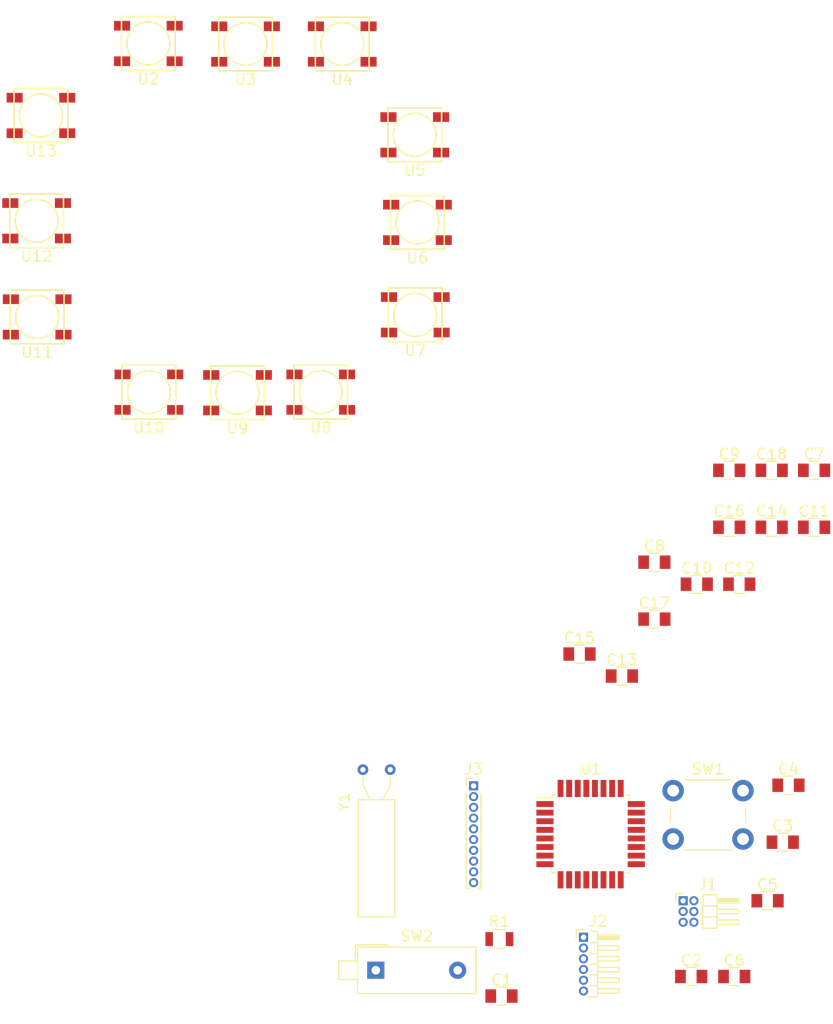
<source format=kicad_pcb>
(kicad_pcb (version 4) (host pcbnew 4.0.7)

  (general
    (links 103)
    (no_connects 103)
    (area 0 0 0 0)
    (thickness 1.6)
    (drawings 0)
    (tracks 0)
    (zones 0)
    (modules 38)
    (nets 46)
  )

  (page A4)
  (layers
    (0 F.Cu signal)
    (31 B.Cu signal)
    (32 B.Adhes user)
    (33 F.Adhes user)
    (34 B.Paste user)
    (35 F.Paste user)
    (36 B.SilkS user)
    (37 F.SilkS user)
    (38 B.Mask user)
    (39 F.Mask user)
    (40 Dwgs.User user)
    (41 Cmts.User user)
    (42 Eco1.User user)
    (43 Eco2.User user)
    (44 Edge.Cuts user)
    (45 Margin user)
    (46 B.CrtYd user)
    (47 F.CrtYd user)
    (48 B.Fab user)
    (49 F.Fab user)
  )

  (setup
    (last_trace_width 0.25)
    (trace_clearance 0.2)
    (zone_clearance 0.508)
    (zone_45_only no)
    (trace_min 0.2)
    (segment_width 0.2)
    (edge_width 0.15)
    (via_size 0.6)
    (via_drill 0.4)
    (via_min_size 0.4)
    (via_min_drill 0.3)
    (uvia_size 0.3)
    (uvia_drill 0.1)
    (uvias_allowed no)
    (uvia_min_size 0.2)
    (uvia_min_drill 0.1)
    (pcb_text_width 0.3)
    (pcb_text_size 1.5 1.5)
    (mod_edge_width 0.15)
    (mod_text_size 1 1)
    (mod_text_width 0.15)
    (pad_size 1.524 1.524)
    (pad_drill 0.762)
    (pad_to_mask_clearance 0.2)
    (aux_axis_origin 0 0)
    (visible_elements FFFFFF7F)
    (pcbplotparams
      (layerselection 0x00030_80000001)
      (usegerberextensions false)
      (excludeedgelayer true)
      (linewidth 0.100000)
      (plotframeref false)
      (viasonmask false)
      (mode 1)
      (useauxorigin false)
      (hpglpennumber 1)
      (hpglpenspeed 20)
      (hpglpendiameter 15)
      (hpglpenoverlay 2)
      (psnegative false)
      (psa4output false)
      (plotreference true)
      (plotvalue true)
      (plotinvisibletext false)
      (padsonsilk false)
      (subtractmaskfromsilk false)
      (outputformat 1)
      (mirror false)
      (drillshape 1)
      (scaleselection 1)
      (outputdirectory ""))
  )

  (net 0 "")
  (net 1 VCC)
  (net 2 GND)
  (net 3 "Net-(C3-Pad1)")
  (net 4 /XTAL1)
  (net 5 /XTAL2)
  (net 6 /DTR)
  (net 7 /RST_CIRCUIT)
  (net 8 /GPIO_7)
  (net 9 /GPIO_6)
  (net 10 /GPIO_5)
  (net 11 /GPIO_4)
  (net 12 /GPIO_3)
  (net 13 /GPIO_2)
  (net 14 /GPIO_1)
  (net 15 /GPIO_0)
  (net 16 /TX)
  (net 17 /RX)
  (net 18 +5V)
  (net 19 /MISO)
  (net 20 /SCK)
  (net 21 /MOSI)
  (net 22 +3V3)
  (net 23 "Net-(U1-Pad12)")
  (net 24 "Net-(U1-Pad13)")
  (net 25 "Net-(U1-Pad14)")
  (net 26 "Net-(U1-Pad19)")
  (net 27 "Net-(U1-Pad22)")
  (net 28 /LEDSignal)
  (net 29 "Net-(U1-Pad24)")
  (net 30 "Net-(U1-Pad25)")
  (net 31 "Net-(U1-Pad26)")
  (net 32 "Net-(U1-Pad27)")
  (net 33 "Net-(U1-Pad28)")
  (net 34 "Net-(U2-Pad2)")
  (net 35 "Net-(U3-Pad2)")
  (net 36 "/LED Ring/ROW_2")
  (net 37 "Net-(U4-Pad2)")
  (net 38 "Net-(U5-Pad2)")
  (net 39 "Net-(U6-Pad2)")
  (net 40 "Net-(U10-Pad4)")
  (net 41 "Net-(U10-Pad2)")
  (net 42 "Net-(U11-Pad2)")
  (net 43 "Net-(U13-Pad2)")
  (net 44 "Net-(U8-Pad2)")
  (net 45 "Net-(U12-Pad2)")

  (net_class Default "This is the default net class."
    (clearance 0.2)
    (trace_width 0.25)
    (via_dia 0.6)
    (via_drill 0.4)
    (uvia_dia 0.3)
    (uvia_drill 0.1)
    (add_net +3V3)
    (add_net +5V)
    (add_net /DTR)
    (add_net /GPIO_0)
    (add_net /GPIO_1)
    (add_net /GPIO_2)
    (add_net /GPIO_3)
    (add_net /GPIO_4)
    (add_net /GPIO_5)
    (add_net /GPIO_6)
    (add_net /GPIO_7)
    (add_net "/LED Ring/ROW_2")
    (add_net /LEDSignal)
    (add_net /MISO)
    (add_net /MOSI)
    (add_net /RST_CIRCUIT)
    (add_net /RX)
    (add_net /SCK)
    (add_net /TX)
    (add_net /XTAL1)
    (add_net /XTAL2)
    (add_net GND)
    (add_net "Net-(C3-Pad1)")
    (add_net "Net-(U1-Pad12)")
    (add_net "Net-(U1-Pad13)")
    (add_net "Net-(U1-Pad14)")
    (add_net "Net-(U1-Pad19)")
    (add_net "Net-(U1-Pad22)")
    (add_net "Net-(U1-Pad24)")
    (add_net "Net-(U1-Pad25)")
    (add_net "Net-(U1-Pad26)")
    (add_net "Net-(U1-Pad27)")
    (add_net "Net-(U1-Pad28)")
    (add_net "Net-(U10-Pad2)")
    (add_net "Net-(U10-Pad4)")
    (add_net "Net-(U11-Pad2)")
    (add_net "Net-(U12-Pad2)")
    (add_net "Net-(U13-Pad2)")
    (add_net "Net-(U2-Pad2)")
    (add_net "Net-(U3-Pad2)")
    (add_net "Net-(U4-Pad2)")
    (add_net "Net-(U5-Pad2)")
    (add_net "Net-(U6-Pad2)")
    (add_net "Net-(U8-Pad2)")
    (add_net VCC)
  )

  (module Capacitors_SMD:C_0805 (layer F.Cu) (tedit 58AA8463) (tstamp 5AA4760B)
    (at 158.825001 151.605)
    (descr "Capacitor SMD 0805, reflow soldering, AVX (see smccp.pdf)")
    (tags "capacitor 0805")
    (path /5AA44E41)
    (attr smd)
    (fp_text reference C1 (at 0 -1.5) (layer F.SilkS)
      (effects (font (size 1 1) (thickness 0.15)))
    )
    (fp_text value 1nF (at 0 1.75) (layer F.Fab)
      (effects (font (size 1 1) (thickness 0.15)))
    )
    (fp_text user %R (at 0 -1.5) (layer F.Fab)
      (effects (font (size 1 1) (thickness 0.15)))
    )
    (fp_line (start -1 0.62) (end -1 -0.62) (layer F.Fab) (width 0.1))
    (fp_line (start 1 0.62) (end -1 0.62) (layer F.Fab) (width 0.1))
    (fp_line (start 1 -0.62) (end 1 0.62) (layer F.Fab) (width 0.1))
    (fp_line (start -1 -0.62) (end 1 -0.62) (layer F.Fab) (width 0.1))
    (fp_line (start 0.5 -0.85) (end -0.5 -0.85) (layer F.SilkS) (width 0.12))
    (fp_line (start -0.5 0.85) (end 0.5 0.85) (layer F.SilkS) (width 0.12))
    (fp_line (start -1.75 -0.88) (end 1.75 -0.88) (layer F.CrtYd) (width 0.05))
    (fp_line (start -1.75 -0.88) (end -1.75 0.87) (layer F.CrtYd) (width 0.05))
    (fp_line (start 1.75 0.87) (end 1.75 -0.88) (layer F.CrtYd) (width 0.05))
    (fp_line (start 1.75 0.87) (end -1.75 0.87) (layer F.CrtYd) (width 0.05))
    (pad 1 smd rect (at -1 0) (size 1 1.25) (layers F.Cu F.Paste F.Mask)
      (net 1 VCC))
    (pad 2 smd rect (at 1 0) (size 1 1.25) (layers F.Cu F.Paste F.Mask)
      (net 2 GND))
    (model Capacitors_SMD.3dshapes/C_0805.wrl
      (at (xyz 0 0 0))
      (scale (xyz 1 1 1))
      (rotate (xyz 0 0 0))
    )
  )

  (module Capacitors_SMD:C_0805 (layer F.Cu) (tedit 58AA8463) (tstamp 5AA47611)
    (at 176.485001 149.785)
    (descr "Capacitor SMD 0805, reflow soldering, AVX (see smccp.pdf)")
    (tags "capacitor 0805")
    (path /5AA44DB8)
    (attr smd)
    (fp_text reference C2 (at 0 -1.5) (layer F.SilkS)
      (effects (font (size 1 1) (thickness 0.15)))
    )
    (fp_text value 1nF (at 0 1.75) (layer F.Fab)
      (effects (font (size 1 1) (thickness 0.15)))
    )
    (fp_text user %R (at 0 -1.5) (layer F.Fab)
      (effects (font (size 1 1) (thickness 0.15)))
    )
    (fp_line (start -1 0.62) (end -1 -0.62) (layer F.Fab) (width 0.1))
    (fp_line (start 1 0.62) (end -1 0.62) (layer F.Fab) (width 0.1))
    (fp_line (start 1 -0.62) (end 1 0.62) (layer F.Fab) (width 0.1))
    (fp_line (start -1 -0.62) (end 1 -0.62) (layer F.Fab) (width 0.1))
    (fp_line (start 0.5 -0.85) (end -0.5 -0.85) (layer F.SilkS) (width 0.12))
    (fp_line (start -0.5 0.85) (end 0.5 0.85) (layer F.SilkS) (width 0.12))
    (fp_line (start -1.75 -0.88) (end 1.75 -0.88) (layer F.CrtYd) (width 0.05))
    (fp_line (start -1.75 -0.88) (end -1.75 0.87) (layer F.CrtYd) (width 0.05))
    (fp_line (start 1.75 0.87) (end 1.75 -0.88) (layer F.CrtYd) (width 0.05))
    (fp_line (start 1.75 0.87) (end -1.75 0.87) (layer F.CrtYd) (width 0.05))
    (pad 1 smd rect (at -1 0) (size 1 1.25) (layers F.Cu F.Paste F.Mask)
      (net 1 VCC))
    (pad 2 smd rect (at 1 0) (size 1 1.25) (layers F.Cu F.Paste F.Mask)
      (net 2 GND))
    (model Capacitors_SMD.3dshapes/C_0805.wrl
      (at (xyz 0 0 0))
      (scale (xyz 1 1 1))
      (rotate (xyz 0 0 0))
    )
  )

  (module Capacitors_SMD:C_0805 (layer F.Cu) (tedit 58AA8463) (tstamp 5AA47617)
    (at 185.005001 137.285)
    (descr "Capacitor SMD 0805, reflow soldering, AVX (see smccp.pdf)")
    (tags "capacitor 0805")
    (path /5AA451F3)
    (attr smd)
    (fp_text reference C3 (at 0 -1.5) (layer F.SilkS)
      (effects (font (size 1 1) (thickness 0.15)))
    )
    (fp_text value 1nF (at 0 1.75) (layer F.Fab)
      (effects (font (size 1 1) (thickness 0.15)))
    )
    (fp_text user %R (at 0 -1.5) (layer F.Fab)
      (effects (font (size 1 1) (thickness 0.15)))
    )
    (fp_line (start -1 0.62) (end -1 -0.62) (layer F.Fab) (width 0.1))
    (fp_line (start 1 0.62) (end -1 0.62) (layer F.Fab) (width 0.1))
    (fp_line (start 1 -0.62) (end 1 0.62) (layer F.Fab) (width 0.1))
    (fp_line (start -1 -0.62) (end 1 -0.62) (layer F.Fab) (width 0.1))
    (fp_line (start 0.5 -0.85) (end -0.5 -0.85) (layer F.SilkS) (width 0.12))
    (fp_line (start -0.5 0.85) (end 0.5 0.85) (layer F.SilkS) (width 0.12))
    (fp_line (start -1.75 -0.88) (end 1.75 -0.88) (layer F.CrtYd) (width 0.05))
    (fp_line (start -1.75 -0.88) (end -1.75 0.87) (layer F.CrtYd) (width 0.05))
    (fp_line (start 1.75 0.87) (end 1.75 -0.88) (layer F.CrtYd) (width 0.05))
    (fp_line (start 1.75 0.87) (end -1.75 0.87) (layer F.CrtYd) (width 0.05))
    (pad 1 smd rect (at -1 0) (size 1 1.25) (layers F.Cu F.Paste F.Mask)
      (net 3 "Net-(C3-Pad1)"))
    (pad 2 smd rect (at 1 0) (size 1 1.25) (layers F.Cu F.Paste F.Mask)
      (net 2 GND))
    (model Capacitors_SMD.3dshapes/C_0805.wrl
      (at (xyz 0 0 0))
      (scale (xyz 1 1 1))
      (rotate (xyz 0 0 0))
    )
  )

  (module Capacitors_SMD:C_0805 (layer F.Cu) (tedit 58AA8463) (tstamp 5AA4761D)
    (at 185.539524 131.985)
    (descr "Capacitor SMD 0805, reflow soldering, AVX (see smccp.pdf)")
    (tags "capacitor 0805")
    (path /5AA4ACD4)
    (attr smd)
    (fp_text reference C4 (at 0 -1.5) (layer F.SilkS)
      (effects (font (size 1 1) (thickness 0.15)))
    )
    (fp_text value 100nF (at 0 1.75) (layer F.Fab)
      (effects (font (size 1 1) (thickness 0.15)))
    )
    (fp_text user %R (at 0 -1.5) (layer F.Fab)
      (effects (font (size 1 1) (thickness 0.15)))
    )
    (fp_line (start -1 0.62) (end -1 -0.62) (layer F.Fab) (width 0.1))
    (fp_line (start 1 0.62) (end -1 0.62) (layer F.Fab) (width 0.1))
    (fp_line (start 1 -0.62) (end 1 0.62) (layer F.Fab) (width 0.1))
    (fp_line (start -1 -0.62) (end 1 -0.62) (layer F.Fab) (width 0.1))
    (fp_line (start 0.5 -0.85) (end -0.5 -0.85) (layer F.SilkS) (width 0.12))
    (fp_line (start -0.5 0.85) (end 0.5 0.85) (layer F.SilkS) (width 0.12))
    (fp_line (start -1.75 -0.88) (end 1.75 -0.88) (layer F.CrtYd) (width 0.05))
    (fp_line (start -1.75 -0.88) (end -1.75 0.87) (layer F.CrtYd) (width 0.05))
    (fp_line (start 1.75 0.87) (end 1.75 -0.88) (layer F.CrtYd) (width 0.05))
    (fp_line (start 1.75 0.87) (end -1.75 0.87) (layer F.CrtYd) (width 0.05))
    (pad 1 smd rect (at -1 0) (size 1 1.25) (layers F.Cu F.Paste F.Mask)
      (net 6 /DTR))
    (pad 2 smd rect (at 1 0) (size 1 1.25) (layers F.Cu F.Paste F.Mask)
      (net 7 /RST_CIRCUIT))
    (model Capacitors_SMD.3dshapes/C_0805.wrl
      (at (xyz 0 0 0))
      (scale (xyz 1 1 1))
      (rotate (xyz 0 0 0))
    )
  )

  (module Capacitors_SMD:C_0805 (layer F.Cu) (tedit 58AA8463) (tstamp 5AA47623)
    (at 183.593333 142.735)
    (descr "Capacitor SMD 0805, reflow soldering, AVX (see smccp.pdf)")
    (tags "capacitor 0805")
    (path /5AA47EF3)
    (attr smd)
    (fp_text reference C5 (at 0 -1.5) (layer F.SilkS)
      (effects (font (size 1 1) (thickness 0.15)))
    )
    (fp_text value 22pF (at 0 1.75) (layer F.Fab)
      (effects (font (size 1 1) (thickness 0.15)))
    )
    (fp_text user %R (at 0 -1.5) (layer F.Fab)
      (effects (font (size 1 1) (thickness 0.15)))
    )
    (fp_line (start -1 0.62) (end -1 -0.62) (layer F.Fab) (width 0.1))
    (fp_line (start 1 0.62) (end -1 0.62) (layer F.Fab) (width 0.1))
    (fp_line (start 1 -0.62) (end 1 0.62) (layer F.Fab) (width 0.1))
    (fp_line (start -1 -0.62) (end 1 -0.62) (layer F.Fab) (width 0.1))
    (fp_line (start 0.5 -0.85) (end -0.5 -0.85) (layer F.SilkS) (width 0.12))
    (fp_line (start -0.5 0.85) (end 0.5 0.85) (layer F.SilkS) (width 0.12))
    (fp_line (start -1.75 -0.88) (end 1.75 -0.88) (layer F.CrtYd) (width 0.05))
    (fp_line (start -1.75 -0.88) (end -1.75 0.87) (layer F.CrtYd) (width 0.05))
    (fp_line (start 1.75 0.87) (end 1.75 -0.88) (layer F.CrtYd) (width 0.05))
    (fp_line (start 1.75 0.87) (end -1.75 0.87) (layer F.CrtYd) (width 0.05))
    (pad 1 smd rect (at -1 0) (size 1 1.25) (layers F.Cu F.Paste F.Mask)
      (net 2 GND))
    (pad 2 smd rect (at 1 0) (size 1 1.25) (layers F.Cu F.Paste F.Mask)
      (net 4 /XTAL1))
    (model Capacitors_SMD.3dshapes/C_0805.wrl
      (at (xyz 0 0 0))
      (scale (xyz 1 1 1))
      (rotate (xyz 0 0 0))
    )
  )

  (module Capacitors_SMD:C_0805 (layer F.Cu) (tedit 58AA8463) (tstamp 5AA47629)
    (at 180.493333 149.785)
    (descr "Capacitor SMD 0805, reflow soldering, AVX (see smccp.pdf)")
    (tags "capacitor 0805")
    (path /5AA45D60)
    (attr smd)
    (fp_text reference C6 (at 0 -1.5) (layer F.SilkS)
      (effects (font (size 1 1) (thickness 0.15)))
    )
    (fp_text value 22pF (at 0 1.75) (layer F.Fab)
      (effects (font (size 1 1) (thickness 0.15)))
    )
    (fp_text user %R (at 0 -1.5) (layer F.Fab)
      (effects (font (size 1 1) (thickness 0.15)))
    )
    (fp_line (start -1 0.62) (end -1 -0.62) (layer F.Fab) (width 0.1))
    (fp_line (start 1 0.62) (end -1 0.62) (layer F.Fab) (width 0.1))
    (fp_line (start 1 -0.62) (end 1 0.62) (layer F.Fab) (width 0.1))
    (fp_line (start -1 -0.62) (end 1 -0.62) (layer F.Fab) (width 0.1))
    (fp_line (start 0.5 -0.85) (end -0.5 -0.85) (layer F.SilkS) (width 0.12))
    (fp_line (start -0.5 0.85) (end 0.5 0.85) (layer F.SilkS) (width 0.12))
    (fp_line (start -1.75 -0.88) (end 1.75 -0.88) (layer F.CrtYd) (width 0.05))
    (fp_line (start -1.75 -0.88) (end -1.75 0.87) (layer F.CrtYd) (width 0.05))
    (fp_line (start 1.75 0.87) (end 1.75 -0.88) (layer F.CrtYd) (width 0.05))
    (fp_line (start 1.75 0.87) (end -1.75 0.87) (layer F.CrtYd) (width 0.05))
    (pad 1 smd rect (at -1 0) (size 1 1.25) (layers F.Cu F.Paste F.Mask)
      (net 2 GND))
    (pad 2 smd rect (at 1 0) (size 1 1.25) (layers F.Cu F.Paste F.Mask)
      (net 5 /XTAL2))
    (model Capacitors_SMD.3dshapes/C_0805.wrl
      (at (xyz 0 0 0))
      (scale (xyz 1 1 1))
      (rotate (xyz 0 0 0))
    )
  )

  (module Capacitors_SMD:C_0805 (layer F.Cu) (tedit 58AA8463) (tstamp 5AA4762F)
    (at 187.925001 102.675)
    (descr "Capacitor SMD 0805, reflow soldering, AVX (see smccp.pdf)")
    (tags "capacitor 0805")
    (path /5AA3D3AE/5AA431E9)
    (attr smd)
    (fp_text reference C7 (at 0 -1.5) (layer F.SilkS)
      (effects (font (size 1 1) (thickness 0.15)))
    )
    (fp_text value C (at 0 1.75) (layer F.Fab)
      (effects (font (size 1 1) (thickness 0.15)))
    )
    (fp_text user %R (at 0 -1.5) (layer F.Fab)
      (effects (font (size 1 1) (thickness 0.15)))
    )
    (fp_line (start -1 0.62) (end -1 -0.62) (layer F.Fab) (width 0.1))
    (fp_line (start 1 0.62) (end -1 0.62) (layer F.Fab) (width 0.1))
    (fp_line (start 1 -0.62) (end 1 0.62) (layer F.Fab) (width 0.1))
    (fp_line (start -1 -0.62) (end 1 -0.62) (layer F.Fab) (width 0.1))
    (fp_line (start 0.5 -0.85) (end -0.5 -0.85) (layer F.SilkS) (width 0.12))
    (fp_line (start -0.5 0.85) (end 0.5 0.85) (layer F.SilkS) (width 0.12))
    (fp_line (start -1.75 -0.88) (end 1.75 -0.88) (layer F.CrtYd) (width 0.05))
    (fp_line (start -1.75 -0.88) (end -1.75 0.87) (layer F.CrtYd) (width 0.05))
    (fp_line (start 1.75 0.87) (end 1.75 -0.88) (layer F.CrtYd) (width 0.05))
    (fp_line (start 1.75 0.87) (end -1.75 0.87) (layer F.CrtYd) (width 0.05))
    (pad 1 smd rect (at -1 0) (size 1 1.25) (layers F.Cu F.Paste F.Mask)
      (net 1 VCC))
    (pad 2 smd rect (at 1 0) (size 1 1.25) (layers F.Cu F.Paste F.Mask)
      (net 2 GND))
    (model Capacitors_SMD.3dshapes/C_0805.wrl
      (at (xyz 0 0 0))
      (scale (xyz 1 1 1))
      (rotate (xyz 0 0 0))
    )
  )

  (module Capacitors_SMD:C_0805 (layer F.Cu) (tedit 58AA8463) (tstamp 5AA47635)
    (at 173.055001 111.225)
    (descr "Capacitor SMD 0805, reflow soldering, AVX (see smccp.pdf)")
    (tags "capacitor 0805")
    (path /5AA3D3AE/5AA431F1)
    (attr smd)
    (fp_text reference C8 (at 0 -1.5) (layer F.SilkS)
      (effects (font (size 1 1) (thickness 0.15)))
    )
    (fp_text value C (at 0 1.75) (layer F.Fab)
      (effects (font (size 1 1) (thickness 0.15)))
    )
    (fp_text user %R (at 0 -1.5) (layer F.Fab)
      (effects (font (size 1 1) (thickness 0.15)))
    )
    (fp_line (start -1 0.62) (end -1 -0.62) (layer F.Fab) (width 0.1))
    (fp_line (start 1 0.62) (end -1 0.62) (layer F.Fab) (width 0.1))
    (fp_line (start 1 -0.62) (end 1 0.62) (layer F.Fab) (width 0.1))
    (fp_line (start -1 -0.62) (end 1 -0.62) (layer F.Fab) (width 0.1))
    (fp_line (start 0.5 -0.85) (end -0.5 -0.85) (layer F.SilkS) (width 0.12))
    (fp_line (start -0.5 0.85) (end 0.5 0.85) (layer F.SilkS) (width 0.12))
    (fp_line (start -1.75 -0.88) (end 1.75 -0.88) (layer F.CrtYd) (width 0.05))
    (fp_line (start -1.75 -0.88) (end -1.75 0.87) (layer F.CrtYd) (width 0.05))
    (fp_line (start 1.75 0.87) (end 1.75 -0.88) (layer F.CrtYd) (width 0.05))
    (fp_line (start 1.75 0.87) (end -1.75 0.87) (layer F.CrtYd) (width 0.05))
    (pad 1 smd rect (at -1 0) (size 1 1.25) (layers F.Cu F.Paste F.Mask)
      (net 1 VCC))
    (pad 2 smd rect (at 1 0) (size 1 1.25) (layers F.Cu F.Paste F.Mask)
      (net 2 GND))
    (model Capacitors_SMD.3dshapes/C_0805.wrl
      (at (xyz 0 0 0))
      (scale (xyz 1 1 1))
      (rotate (xyz 0 0 0))
    )
  )

  (module Capacitors_SMD:C_0805 (layer F.Cu) (tedit 58AA8463) (tstamp 5AA4763B)
    (at 180.025001 102.675)
    (descr "Capacitor SMD 0805, reflow soldering, AVX (see smccp.pdf)")
    (tags "capacitor 0805")
    (path /5AA3D3AE/5AA431F9)
    (attr smd)
    (fp_text reference C9 (at 0 -1.5) (layer F.SilkS)
      (effects (font (size 1 1) (thickness 0.15)))
    )
    (fp_text value C (at 0 1.75) (layer F.Fab)
      (effects (font (size 1 1) (thickness 0.15)))
    )
    (fp_text user %R (at 0 -1.5) (layer F.Fab)
      (effects (font (size 1 1) (thickness 0.15)))
    )
    (fp_line (start -1 0.62) (end -1 -0.62) (layer F.Fab) (width 0.1))
    (fp_line (start 1 0.62) (end -1 0.62) (layer F.Fab) (width 0.1))
    (fp_line (start 1 -0.62) (end 1 0.62) (layer F.Fab) (width 0.1))
    (fp_line (start -1 -0.62) (end 1 -0.62) (layer F.Fab) (width 0.1))
    (fp_line (start 0.5 -0.85) (end -0.5 -0.85) (layer F.SilkS) (width 0.12))
    (fp_line (start -0.5 0.85) (end 0.5 0.85) (layer F.SilkS) (width 0.12))
    (fp_line (start -1.75 -0.88) (end 1.75 -0.88) (layer F.CrtYd) (width 0.05))
    (fp_line (start -1.75 -0.88) (end -1.75 0.87) (layer F.CrtYd) (width 0.05))
    (fp_line (start 1.75 0.87) (end 1.75 -0.88) (layer F.CrtYd) (width 0.05))
    (fp_line (start 1.75 0.87) (end -1.75 0.87) (layer F.CrtYd) (width 0.05))
    (pad 1 smd rect (at -1 0) (size 1 1.25) (layers F.Cu F.Paste F.Mask)
      (net 1 VCC))
    (pad 2 smd rect (at 1 0) (size 1 1.25) (layers F.Cu F.Paste F.Mask)
      (net 2 GND))
    (model Capacitors_SMD.3dshapes/C_0805.wrl
      (at (xyz 0 0 0))
      (scale (xyz 1 1 1))
      (rotate (xyz 0 0 0))
    )
  )

  (module Capacitors_SMD:C_0805 (layer F.Cu) (tedit 58AA8463) (tstamp 5AA47641)
    (at 177.005001 113.275)
    (descr "Capacitor SMD 0805, reflow soldering, AVX (see smccp.pdf)")
    (tags "capacitor 0805")
    (path /5AA3D3AE/5AA43201)
    (attr smd)
    (fp_text reference C10 (at 0 -1.5) (layer F.SilkS)
      (effects (font (size 1 1) (thickness 0.15)))
    )
    (fp_text value C (at 0 1.75) (layer F.Fab)
      (effects (font (size 1 1) (thickness 0.15)))
    )
    (fp_text user %R (at 0 -1.5) (layer F.Fab)
      (effects (font (size 1 1) (thickness 0.15)))
    )
    (fp_line (start -1 0.62) (end -1 -0.62) (layer F.Fab) (width 0.1))
    (fp_line (start 1 0.62) (end -1 0.62) (layer F.Fab) (width 0.1))
    (fp_line (start 1 -0.62) (end 1 0.62) (layer F.Fab) (width 0.1))
    (fp_line (start -1 -0.62) (end 1 -0.62) (layer F.Fab) (width 0.1))
    (fp_line (start 0.5 -0.85) (end -0.5 -0.85) (layer F.SilkS) (width 0.12))
    (fp_line (start -0.5 0.85) (end 0.5 0.85) (layer F.SilkS) (width 0.12))
    (fp_line (start -1.75 -0.88) (end 1.75 -0.88) (layer F.CrtYd) (width 0.05))
    (fp_line (start -1.75 -0.88) (end -1.75 0.87) (layer F.CrtYd) (width 0.05))
    (fp_line (start 1.75 0.87) (end 1.75 -0.88) (layer F.CrtYd) (width 0.05))
    (fp_line (start 1.75 0.87) (end -1.75 0.87) (layer F.CrtYd) (width 0.05))
    (pad 1 smd rect (at -1 0) (size 1 1.25) (layers F.Cu F.Paste F.Mask)
      (net 1 VCC))
    (pad 2 smd rect (at 1 0) (size 1 1.25) (layers F.Cu F.Paste F.Mask)
      (net 2 GND))
    (model Capacitors_SMD.3dshapes/C_0805.wrl
      (at (xyz 0 0 0))
      (scale (xyz 1 1 1))
      (rotate (xyz 0 0 0))
    )
  )

  (module Capacitors_SMD:C_0805 (layer F.Cu) (tedit 58AA8463) (tstamp 5AA47647)
    (at 187.925001 107.975)
    (descr "Capacitor SMD 0805, reflow soldering, AVX (see smccp.pdf)")
    (tags "capacitor 0805")
    (path /5AA3D3AE/5AA43209)
    (attr smd)
    (fp_text reference C11 (at 0 -1.5) (layer F.SilkS)
      (effects (font (size 1 1) (thickness 0.15)))
    )
    (fp_text value C (at 0 1.75) (layer F.Fab)
      (effects (font (size 1 1) (thickness 0.15)))
    )
    (fp_text user %R (at 0 -1.5) (layer F.Fab)
      (effects (font (size 1 1) (thickness 0.15)))
    )
    (fp_line (start -1 0.62) (end -1 -0.62) (layer F.Fab) (width 0.1))
    (fp_line (start 1 0.62) (end -1 0.62) (layer F.Fab) (width 0.1))
    (fp_line (start 1 -0.62) (end 1 0.62) (layer F.Fab) (width 0.1))
    (fp_line (start -1 -0.62) (end 1 -0.62) (layer F.Fab) (width 0.1))
    (fp_line (start 0.5 -0.85) (end -0.5 -0.85) (layer F.SilkS) (width 0.12))
    (fp_line (start -0.5 0.85) (end 0.5 0.85) (layer F.SilkS) (width 0.12))
    (fp_line (start -1.75 -0.88) (end 1.75 -0.88) (layer F.CrtYd) (width 0.05))
    (fp_line (start -1.75 -0.88) (end -1.75 0.87) (layer F.CrtYd) (width 0.05))
    (fp_line (start 1.75 0.87) (end 1.75 -0.88) (layer F.CrtYd) (width 0.05))
    (fp_line (start 1.75 0.87) (end -1.75 0.87) (layer F.CrtYd) (width 0.05))
    (pad 1 smd rect (at -1 0) (size 1 1.25) (layers F.Cu F.Paste F.Mask)
      (net 1 VCC))
    (pad 2 smd rect (at 1 0) (size 1 1.25) (layers F.Cu F.Paste F.Mask)
      (net 2 GND))
    (model Capacitors_SMD.3dshapes/C_0805.wrl
      (at (xyz 0 0 0))
      (scale (xyz 1 1 1))
      (rotate (xyz 0 0 0))
    )
  )

  (module Capacitors_SMD:C_0805 (layer F.Cu) (tedit 58AA8463) (tstamp 5AA4764D)
    (at 180.955001 113.275)
    (descr "Capacitor SMD 0805, reflow soldering, AVX (see smccp.pdf)")
    (tags "capacitor 0805")
    (path /5AA3D3AE/5AA43211)
    (attr smd)
    (fp_text reference C12 (at 0 -1.5) (layer F.SilkS)
      (effects (font (size 1 1) (thickness 0.15)))
    )
    (fp_text value C (at 0 1.75) (layer F.Fab)
      (effects (font (size 1 1) (thickness 0.15)))
    )
    (fp_text user %R (at 0 -1.5) (layer F.Fab)
      (effects (font (size 1 1) (thickness 0.15)))
    )
    (fp_line (start -1 0.62) (end -1 -0.62) (layer F.Fab) (width 0.1))
    (fp_line (start 1 0.62) (end -1 0.62) (layer F.Fab) (width 0.1))
    (fp_line (start 1 -0.62) (end 1 0.62) (layer F.Fab) (width 0.1))
    (fp_line (start -1 -0.62) (end 1 -0.62) (layer F.Fab) (width 0.1))
    (fp_line (start 0.5 -0.85) (end -0.5 -0.85) (layer F.SilkS) (width 0.12))
    (fp_line (start -0.5 0.85) (end 0.5 0.85) (layer F.SilkS) (width 0.12))
    (fp_line (start -1.75 -0.88) (end 1.75 -0.88) (layer F.CrtYd) (width 0.05))
    (fp_line (start -1.75 -0.88) (end -1.75 0.87) (layer F.CrtYd) (width 0.05))
    (fp_line (start 1.75 0.87) (end 1.75 -0.88) (layer F.CrtYd) (width 0.05))
    (fp_line (start 1.75 0.87) (end -1.75 0.87) (layer F.CrtYd) (width 0.05))
    (pad 1 smd rect (at -1 0) (size 1 1.25) (layers F.Cu F.Paste F.Mask)
      (net 1 VCC))
    (pad 2 smd rect (at 1 0) (size 1 1.25) (layers F.Cu F.Paste F.Mask)
      (net 2 GND))
    (model Capacitors_SMD.3dshapes/C_0805.wrl
      (at (xyz 0 0 0))
      (scale (xyz 1 1 1))
      (rotate (xyz 0 0 0))
    )
  )

  (module Capacitors_SMD:C_0805 (layer F.Cu) (tedit 58AA8463) (tstamp 5AA47653)
    (at 170.035001 121.825)
    (descr "Capacitor SMD 0805, reflow soldering, AVX (see smccp.pdf)")
    (tags "capacitor 0805")
    (path /5AA3D3AE/5AA411E6)
    (attr smd)
    (fp_text reference C13 (at 0 -1.5) (layer F.SilkS)
      (effects (font (size 1 1) (thickness 0.15)))
    )
    (fp_text value C (at 0 1.75) (layer F.Fab)
      (effects (font (size 1 1) (thickness 0.15)))
    )
    (fp_text user %R (at 0 -1.5) (layer F.Fab)
      (effects (font (size 1 1) (thickness 0.15)))
    )
    (fp_line (start -1 0.62) (end -1 -0.62) (layer F.Fab) (width 0.1))
    (fp_line (start 1 0.62) (end -1 0.62) (layer F.Fab) (width 0.1))
    (fp_line (start 1 -0.62) (end 1 0.62) (layer F.Fab) (width 0.1))
    (fp_line (start -1 -0.62) (end 1 -0.62) (layer F.Fab) (width 0.1))
    (fp_line (start 0.5 -0.85) (end -0.5 -0.85) (layer F.SilkS) (width 0.12))
    (fp_line (start -0.5 0.85) (end 0.5 0.85) (layer F.SilkS) (width 0.12))
    (fp_line (start -1.75 -0.88) (end 1.75 -0.88) (layer F.CrtYd) (width 0.05))
    (fp_line (start -1.75 -0.88) (end -1.75 0.87) (layer F.CrtYd) (width 0.05))
    (fp_line (start 1.75 0.87) (end 1.75 -0.88) (layer F.CrtYd) (width 0.05))
    (fp_line (start 1.75 0.87) (end -1.75 0.87) (layer F.CrtYd) (width 0.05))
    (pad 1 smd rect (at -1 0) (size 1 1.25) (layers F.Cu F.Paste F.Mask)
      (net 1 VCC))
    (pad 2 smd rect (at 1 0) (size 1 1.25) (layers F.Cu F.Paste F.Mask)
      (net 2 GND))
    (model Capacitors_SMD.3dshapes/C_0805.wrl
      (at (xyz 0 0 0))
      (scale (xyz 1 1 1))
      (rotate (xyz 0 0 0))
    )
  )

  (module Capacitors_SMD:C_0805 (layer F.Cu) (tedit 58AA8463) (tstamp 5AA47659)
    (at 183.975001 107.975)
    (descr "Capacitor SMD 0805, reflow soldering, AVX (see smccp.pdf)")
    (tags "capacitor 0805")
    (path /5AA3D3AE/5AA4141C)
    (attr smd)
    (fp_text reference C14 (at 0 -1.5) (layer F.SilkS)
      (effects (font (size 1 1) (thickness 0.15)))
    )
    (fp_text value C (at 0 1.75) (layer F.Fab)
      (effects (font (size 1 1) (thickness 0.15)))
    )
    (fp_text user %R (at 0 -1.5) (layer F.Fab)
      (effects (font (size 1 1) (thickness 0.15)))
    )
    (fp_line (start -1 0.62) (end -1 -0.62) (layer F.Fab) (width 0.1))
    (fp_line (start 1 0.62) (end -1 0.62) (layer F.Fab) (width 0.1))
    (fp_line (start 1 -0.62) (end 1 0.62) (layer F.Fab) (width 0.1))
    (fp_line (start -1 -0.62) (end 1 -0.62) (layer F.Fab) (width 0.1))
    (fp_line (start 0.5 -0.85) (end -0.5 -0.85) (layer F.SilkS) (width 0.12))
    (fp_line (start -0.5 0.85) (end 0.5 0.85) (layer F.SilkS) (width 0.12))
    (fp_line (start -1.75 -0.88) (end 1.75 -0.88) (layer F.CrtYd) (width 0.05))
    (fp_line (start -1.75 -0.88) (end -1.75 0.87) (layer F.CrtYd) (width 0.05))
    (fp_line (start 1.75 0.87) (end 1.75 -0.88) (layer F.CrtYd) (width 0.05))
    (fp_line (start 1.75 0.87) (end -1.75 0.87) (layer F.CrtYd) (width 0.05))
    (pad 1 smd rect (at -1 0) (size 1 1.25) (layers F.Cu F.Paste F.Mask)
      (net 1 VCC))
    (pad 2 smd rect (at 1 0) (size 1 1.25) (layers F.Cu F.Paste F.Mask)
      (net 2 GND))
    (model Capacitors_SMD.3dshapes/C_0805.wrl
      (at (xyz 0 0 0))
      (scale (xyz 1 1 1))
      (rotate (xyz 0 0 0))
    )
  )

  (module Capacitors_SMD:C_0805 (layer F.Cu) (tedit 58AA8463) (tstamp 5AA4765F)
    (at 166.085001 119.775)
    (descr "Capacitor SMD 0805, reflow soldering, AVX (see smccp.pdf)")
    (tags "capacitor 0805")
    (path /5AA3D3AE/5AA414C9)
    (attr smd)
    (fp_text reference C15 (at 0 -1.5) (layer F.SilkS)
      (effects (font (size 1 1) (thickness 0.15)))
    )
    (fp_text value C (at 0 1.75) (layer F.Fab)
      (effects (font (size 1 1) (thickness 0.15)))
    )
    (fp_text user %R (at 0 -1.5) (layer F.Fab)
      (effects (font (size 1 1) (thickness 0.15)))
    )
    (fp_line (start -1 0.62) (end -1 -0.62) (layer F.Fab) (width 0.1))
    (fp_line (start 1 0.62) (end -1 0.62) (layer F.Fab) (width 0.1))
    (fp_line (start 1 -0.62) (end 1 0.62) (layer F.Fab) (width 0.1))
    (fp_line (start -1 -0.62) (end 1 -0.62) (layer F.Fab) (width 0.1))
    (fp_line (start 0.5 -0.85) (end -0.5 -0.85) (layer F.SilkS) (width 0.12))
    (fp_line (start -0.5 0.85) (end 0.5 0.85) (layer F.SilkS) (width 0.12))
    (fp_line (start -1.75 -0.88) (end 1.75 -0.88) (layer F.CrtYd) (width 0.05))
    (fp_line (start -1.75 -0.88) (end -1.75 0.87) (layer F.CrtYd) (width 0.05))
    (fp_line (start 1.75 0.87) (end 1.75 -0.88) (layer F.CrtYd) (width 0.05))
    (fp_line (start 1.75 0.87) (end -1.75 0.87) (layer F.CrtYd) (width 0.05))
    (pad 1 smd rect (at -1 0) (size 1 1.25) (layers F.Cu F.Paste F.Mask)
      (net 1 VCC))
    (pad 2 smd rect (at 1 0) (size 1 1.25) (layers F.Cu F.Paste F.Mask)
      (net 2 GND))
    (model Capacitors_SMD.3dshapes/C_0805.wrl
      (at (xyz 0 0 0))
      (scale (xyz 1 1 1))
      (rotate (xyz 0 0 0))
    )
  )

  (module Capacitors_SMD:C_0805 (layer F.Cu) (tedit 58AA8463) (tstamp 5AA47665)
    (at 180.025001 107.975)
    (descr "Capacitor SMD 0805, reflow soldering, AVX (see smccp.pdf)")
    (tags "capacitor 0805")
    (path /5AA3D3AE/5AA414D0)
    (attr smd)
    (fp_text reference C16 (at 0 -1.5) (layer F.SilkS)
      (effects (font (size 1 1) (thickness 0.15)))
    )
    (fp_text value C (at 0 1.75) (layer F.Fab)
      (effects (font (size 1 1) (thickness 0.15)))
    )
    (fp_text user %R (at 0 -1.5) (layer F.Fab)
      (effects (font (size 1 1) (thickness 0.15)))
    )
    (fp_line (start -1 0.62) (end -1 -0.62) (layer F.Fab) (width 0.1))
    (fp_line (start 1 0.62) (end -1 0.62) (layer F.Fab) (width 0.1))
    (fp_line (start 1 -0.62) (end 1 0.62) (layer F.Fab) (width 0.1))
    (fp_line (start -1 -0.62) (end 1 -0.62) (layer F.Fab) (width 0.1))
    (fp_line (start 0.5 -0.85) (end -0.5 -0.85) (layer F.SilkS) (width 0.12))
    (fp_line (start -0.5 0.85) (end 0.5 0.85) (layer F.SilkS) (width 0.12))
    (fp_line (start -1.75 -0.88) (end 1.75 -0.88) (layer F.CrtYd) (width 0.05))
    (fp_line (start -1.75 -0.88) (end -1.75 0.87) (layer F.CrtYd) (width 0.05))
    (fp_line (start 1.75 0.87) (end 1.75 -0.88) (layer F.CrtYd) (width 0.05))
    (fp_line (start 1.75 0.87) (end -1.75 0.87) (layer F.CrtYd) (width 0.05))
    (pad 1 smd rect (at -1 0) (size 1 1.25) (layers F.Cu F.Paste F.Mask)
      (net 1 VCC))
    (pad 2 smd rect (at 1 0) (size 1 1.25) (layers F.Cu F.Paste F.Mask)
      (net 2 GND))
    (model Capacitors_SMD.3dshapes/C_0805.wrl
      (at (xyz 0 0 0))
      (scale (xyz 1 1 1))
      (rotate (xyz 0 0 0))
    )
  )

  (module Capacitors_SMD:C_0805 (layer F.Cu) (tedit 58AA8463) (tstamp 5AA4766B)
    (at 173.055001 116.525)
    (descr "Capacitor SMD 0805, reflow soldering, AVX (see smccp.pdf)")
    (tags "capacitor 0805")
    (path /5AA3D3AE/5AA416BF)
    (attr smd)
    (fp_text reference C17 (at 0 -1.5) (layer F.SilkS)
      (effects (font (size 1 1) (thickness 0.15)))
    )
    (fp_text value C (at 0 1.75) (layer F.Fab)
      (effects (font (size 1 1) (thickness 0.15)))
    )
    (fp_text user %R (at 0 -1.5) (layer F.Fab)
      (effects (font (size 1 1) (thickness 0.15)))
    )
    (fp_line (start -1 0.62) (end -1 -0.62) (layer F.Fab) (width 0.1))
    (fp_line (start 1 0.62) (end -1 0.62) (layer F.Fab) (width 0.1))
    (fp_line (start 1 -0.62) (end 1 0.62) (layer F.Fab) (width 0.1))
    (fp_line (start -1 -0.62) (end 1 -0.62) (layer F.Fab) (width 0.1))
    (fp_line (start 0.5 -0.85) (end -0.5 -0.85) (layer F.SilkS) (width 0.12))
    (fp_line (start -0.5 0.85) (end 0.5 0.85) (layer F.SilkS) (width 0.12))
    (fp_line (start -1.75 -0.88) (end 1.75 -0.88) (layer F.CrtYd) (width 0.05))
    (fp_line (start -1.75 -0.88) (end -1.75 0.87) (layer F.CrtYd) (width 0.05))
    (fp_line (start 1.75 0.87) (end 1.75 -0.88) (layer F.CrtYd) (width 0.05))
    (fp_line (start 1.75 0.87) (end -1.75 0.87) (layer F.CrtYd) (width 0.05))
    (pad 1 smd rect (at -1 0) (size 1 1.25) (layers F.Cu F.Paste F.Mask)
      (net 1 VCC))
    (pad 2 smd rect (at 1 0) (size 1 1.25) (layers F.Cu F.Paste F.Mask)
      (net 2 GND))
    (model Capacitors_SMD.3dshapes/C_0805.wrl
      (at (xyz 0 0 0))
      (scale (xyz 1 1 1))
      (rotate (xyz 0 0 0))
    )
  )

  (module Capacitors_SMD:C_0805 (layer F.Cu) (tedit 58AA8463) (tstamp 5AA47671)
    (at 183.975001 102.675)
    (descr "Capacitor SMD 0805, reflow soldering, AVX (see smccp.pdf)")
    (tags "capacitor 0805")
    (path /5AA3D3AE/5AA416C6)
    (attr smd)
    (fp_text reference C18 (at 0 -1.5) (layer F.SilkS)
      (effects (font (size 1 1) (thickness 0.15)))
    )
    (fp_text value C (at 0 1.75) (layer F.Fab)
      (effects (font (size 1 1) (thickness 0.15)))
    )
    (fp_text user %R (at 0 -1.5) (layer F.Fab)
      (effects (font (size 1 1) (thickness 0.15)))
    )
    (fp_line (start -1 0.62) (end -1 -0.62) (layer F.Fab) (width 0.1))
    (fp_line (start 1 0.62) (end -1 0.62) (layer F.Fab) (width 0.1))
    (fp_line (start 1 -0.62) (end 1 0.62) (layer F.Fab) (width 0.1))
    (fp_line (start -1 -0.62) (end 1 -0.62) (layer F.Fab) (width 0.1))
    (fp_line (start 0.5 -0.85) (end -0.5 -0.85) (layer F.SilkS) (width 0.12))
    (fp_line (start -0.5 0.85) (end 0.5 0.85) (layer F.SilkS) (width 0.12))
    (fp_line (start -1.75 -0.88) (end 1.75 -0.88) (layer F.CrtYd) (width 0.05))
    (fp_line (start -1.75 -0.88) (end -1.75 0.87) (layer F.CrtYd) (width 0.05))
    (fp_line (start 1.75 0.87) (end 1.75 -0.88) (layer F.CrtYd) (width 0.05))
    (fp_line (start 1.75 0.87) (end -1.75 0.87) (layer F.CrtYd) (width 0.05))
    (pad 1 smd rect (at -1 0) (size 1 1.25) (layers F.Cu F.Paste F.Mask)
      (net 1 VCC))
    (pad 2 smd rect (at 1 0) (size 1 1.25) (layers F.Cu F.Paste F.Mask)
      (net 2 GND))
    (model Capacitors_SMD.3dshapes/C_0805.wrl
      (at (xyz 0 0 0))
      (scale (xyz 1 1 1))
      (rotate (xyz 0 0 0))
    )
  )

  (module Pin_Headers:Pin_Header_Angled_2x03_Pitch1.00mm (layer F.Cu) (tedit 59B55814) (tstamp 5AA4767B)
    (at 175.735001 142.735)
    (descr "Through hole angled pin header, 2x03, 1.00mm pitch, 2.0mm pin length, double rows")
    (tags "Through hole angled pin header THT 2x03 1.00mm double row")
    (path /5AA460CA)
    (fp_text reference J1 (at 2.3 -1.5) (layer F.SilkS)
      (effects (font (size 1 1) (thickness 0.15)))
    )
    (fp_text value ICSP (at 2.3 3.5) (layer F.Fab)
      (effects (font (size 1 1) (thickness 0.15)))
    )
    (fp_line (start 2.2 -0.5) (end 3.1 -0.5) (layer F.Fab) (width 0.1))
    (fp_line (start 3.1 -0.5) (end 3.1 2.5) (layer F.Fab) (width 0.1))
    (fp_line (start 3.1 2.5) (end 1.9 2.5) (layer F.Fab) (width 0.1))
    (fp_line (start 1.9 2.5) (end 1.9 -0.2) (layer F.Fab) (width 0.1))
    (fp_line (start 1.9 -0.2) (end 2.2 -0.5) (layer F.Fab) (width 0.1))
    (fp_line (start -0.15 -0.15) (end 1.9 -0.15) (layer F.Fab) (width 0.1))
    (fp_line (start -0.15 -0.15) (end -0.15 0.15) (layer F.Fab) (width 0.1))
    (fp_line (start -0.15 0.15) (end 1.9 0.15) (layer F.Fab) (width 0.1))
    (fp_line (start 3.1 -0.15) (end 5.1 -0.15) (layer F.Fab) (width 0.1))
    (fp_line (start 5.1 -0.15) (end 5.1 0.15) (layer F.Fab) (width 0.1))
    (fp_line (start 3.1 0.15) (end 5.1 0.15) (layer F.Fab) (width 0.1))
    (fp_line (start -0.15 0.85) (end 1.9 0.85) (layer F.Fab) (width 0.1))
    (fp_line (start -0.15 0.85) (end -0.15 1.15) (layer F.Fab) (width 0.1))
    (fp_line (start -0.15 1.15) (end 1.9 1.15) (layer F.Fab) (width 0.1))
    (fp_line (start 3.1 0.85) (end 5.1 0.85) (layer F.Fab) (width 0.1))
    (fp_line (start 5.1 0.85) (end 5.1 1.15) (layer F.Fab) (width 0.1))
    (fp_line (start 3.1 1.15) (end 5.1 1.15) (layer F.Fab) (width 0.1))
    (fp_line (start -0.15 1.85) (end 1.9 1.85) (layer F.Fab) (width 0.1))
    (fp_line (start -0.15 1.85) (end -0.15 2.15) (layer F.Fab) (width 0.1))
    (fp_line (start -0.15 2.15) (end 1.9 2.15) (layer F.Fab) (width 0.1))
    (fp_line (start 3.1 1.85) (end 5.1 1.85) (layer F.Fab) (width 0.1))
    (fp_line (start 5.1 1.85) (end 5.1 2.15) (layer F.Fab) (width 0.1))
    (fp_line (start 3.1 2.15) (end 5.1 2.15) (layer F.Fab) (width 0.1))
    (fp_line (start 1.84 -0.56) (end 1.84 2.56) (layer F.SilkS) (width 0.12))
    (fp_line (start 1.84 2.56) (end 3.16 2.56) (layer F.SilkS) (width 0.12))
    (fp_line (start 3.16 2.56) (end 3.16 -0.56) (layer F.SilkS) (width 0.12))
    (fp_line (start 3.16 -0.56) (end 1.84 -0.56) (layer F.SilkS) (width 0.12))
    (fp_line (start 3.16 -0.21) (end 5.16 -0.21) (layer F.SilkS) (width 0.12))
    (fp_line (start 5.16 -0.21) (end 5.16 0.21) (layer F.SilkS) (width 0.12))
    (fp_line (start 5.16 0.21) (end 3.16 0.21) (layer F.SilkS) (width 0.12))
    (fp_line (start 3.16 -0.15) (end 5.16 -0.15) (layer F.SilkS) (width 0.12))
    (fp_line (start 3.16 -0.03) (end 5.16 -0.03) (layer F.SilkS) (width 0.12))
    (fp_line (start 3.16 0.09) (end 5.16 0.09) (layer F.SilkS) (width 0.12))
    (fp_line (start 1.652016 -0.21) (end 1.84 -0.21) (layer F.SilkS) (width 0.12))
    (fp_line (start 1.652016 0.21) (end 1.84 0.21) (layer F.SilkS) (width 0.12))
    (fp_line (start 1.84 0.5) (end 3.16 0.5) (layer F.SilkS) (width 0.12))
    (fp_line (start 3.16 0.79) (end 5.16 0.79) (layer F.SilkS) (width 0.12))
    (fp_line (start 5.16 0.79) (end 5.16 1.21) (layer F.SilkS) (width 0.12))
    (fp_line (start 5.16 1.21) (end 3.16 1.21) (layer F.SilkS) (width 0.12))
    (fp_line (start 1.652016 0.79) (end 1.84 0.79) (layer F.SilkS) (width 0.12))
    (fp_line (start 1.652016 1.21) (end 1.84 1.21) (layer F.SilkS) (width 0.12))
    (fp_line (start 1.84 1.5) (end 3.16 1.5) (layer F.SilkS) (width 0.12))
    (fp_line (start 3.16 1.79) (end 5.16 1.79) (layer F.SilkS) (width 0.12))
    (fp_line (start 5.16 1.79) (end 5.16 2.21) (layer F.SilkS) (width 0.12))
    (fp_line (start 5.16 2.21) (end 3.16 2.21) (layer F.SilkS) (width 0.12))
    (fp_line (start 1.652016 1.79) (end 1.84 1.79) (layer F.SilkS) (width 0.12))
    (fp_line (start 1.652016 2.21) (end 1.84 2.21) (layer F.SilkS) (width 0.12))
    (fp_line (start -0.685 0) (end -0.685 -0.685) (layer F.SilkS) (width 0.12))
    (fp_line (start -0.685 -0.685) (end 0 -0.685) (layer F.SilkS) (width 0.12))
    (fp_line (start -1 -1) (end -1 3) (layer F.CrtYd) (width 0.05))
    (fp_line (start -1 3) (end 5.6 3) (layer F.CrtYd) (width 0.05))
    (fp_line (start 5.6 3) (end 5.6 -1) (layer F.CrtYd) (width 0.05))
    (fp_line (start 5.6 -1) (end -1 -1) (layer F.CrtYd) (width 0.05))
    (fp_text user %R (at 2.5 1 90) (layer F.Fab)
      (effects (font (size 0.72 0.72) (thickness 0.108)))
    )
    (pad 1 thru_hole rect (at 0 0) (size 0.85 0.85) (drill 0.5) (layers *.Cu *.Mask)
      (net 19 /MISO))
    (pad 2 thru_hole oval (at 1 0) (size 0.85 0.85) (drill 0.5) (layers *.Cu *.Mask)
      (net 18 +5V))
    (pad 3 thru_hole oval (at 0 1) (size 0.85 0.85) (drill 0.5) (layers *.Cu *.Mask)
      (net 20 /SCK))
    (pad 4 thru_hole oval (at 1 1) (size 0.85 0.85) (drill 0.5) (layers *.Cu *.Mask)
      (net 21 /MOSI))
    (pad 5 thru_hole oval (at 0 2) (size 0.85 0.85) (drill 0.5) (layers *.Cu *.Mask)
      (net 7 /RST_CIRCUIT))
    (pad 6 thru_hole oval (at 1 2) (size 0.85 0.85) (drill 0.5) (layers *.Cu *.Mask)
      (net 2 GND))
    (model ${KISYS3DMOD}/Pin_Headers.3dshapes/Pin_Header_Angled_2x03_Pitch1.00mm.wrl
      (at (xyz 0 0 0))
      (scale (xyz 1 1 1))
      (rotate (xyz 0 0 0))
    )
  )

  (module Pin_Headers:Pin_Header_Angled_1x06_Pitch1.00mm (layer F.Cu) (tedit 59B55814) (tstamp 5AA47685)
    (at 166.461191 146.135)
    (descr "Through hole angled pin header, 1x06, 1.00mm pitch, 2.0mm pin length, single row")
    (tags "Through hole angled pin header THT 1x06 1.00mm single row")
    (path /5AA46B65)
    (fp_text reference J2 (at 1.375 -1.5) (layer F.SilkS)
      (effects (font (size 1 1) (thickness 0.15)))
    )
    (fp_text value "FTDI Programmer" (at 1.375 6.5) (layer F.Fab)
      (effects (font (size 1 1) (thickness 0.15)))
    )
    (fp_line (start 0.5 -0.5) (end 1.25 -0.5) (layer F.Fab) (width 0.1))
    (fp_line (start 1.25 -0.5) (end 1.25 5.5) (layer F.Fab) (width 0.1))
    (fp_line (start 1.25 5.5) (end 0.25 5.5) (layer F.Fab) (width 0.1))
    (fp_line (start 0.25 5.5) (end 0.25 -0.25) (layer F.Fab) (width 0.1))
    (fp_line (start 0.25 -0.25) (end 0.5 -0.5) (layer F.Fab) (width 0.1))
    (fp_line (start -0.15 -0.15) (end 0.25 -0.15) (layer F.Fab) (width 0.1))
    (fp_line (start -0.15 -0.15) (end -0.15 0.15) (layer F.Fab) (width 0.1))
    (fp_line (start -0.15 0.15) (end 0.25 0.15) (layer F.Fab) (width 0.1))
    (fp_line (start 1.25 -0.15) (end 3.25 -0.15) (layer F.Fab) (width 0.1))
    (fp_line (start 3.25 -0.15) (end 3.25 0.15) (layer F.Fab) (width 0.1))
    (fp_line (start 1.25 0.15) (end 3.25 0.15) (layer F.Fab) (width 0.1))
    (fp_line (start -0.15 0.85) (end 0.25 0.85) (layer F.Fab) (width 0.1))
    (fp_line (start -0.15 0.85) (end -0.15 1.15) (layer F.Fab) (width 0.1))
    (fp_line (start -0.15 1.15) (end 0.25 1.15) (layer F.Fab) (width 0.1))
    (fp_line (start 1.25 0.85) (end 3.25 0.85) (layer F.Fab) (width 0.1))
    (fp_line (start 3.25 0.85) (end 3.25 1.15) (layer F.Fab) (width 0.1))
    (fp_line (start 1.25 1.15) (end 3.25 1.15) (layer F.Fab) (width 0.1))
    (fp_line (start -0.15 1.85) (end 0.25 1.85) (layer F.Fab) (width 0.1))
    (fp_line (start -0.15 1.85) (end -0.15 2.15) (layer F.Fab) (width 0.1))
    (fp_line (start -0.15 2.15) (end 0.25 2.15) (layer F.Fab) (width 0.1))
    (fp_line (start 1.25 1.85) (end 3.25 1.85) (layer F.Fab) (width 0.1))
    (fp_line (start 3.25 1.85) (end 3.25 2.15) (layer F.Fab) (width 0.1))
    (fp_line (start 1.25 2.15) (end 3.25 2.15) (layer F.Fab) (width 0.1))
    (fp_line (start -0.15 2.85) (end 0.25 2.85) (layer F.Fab) (width 0.1))
    (fp_line (start -0.15 2.85) (end -0.15 3.15) (layer F.Fab) (width 0.1))
    (fp_line (start -0.15 3.15) (end 0.25 3.15) (layer F.Fab) (width 0.1))
    (fp_line (start 1.25 2.85) (end 3.25 2.85) (layer F.Fab) (width 0.1))
    (fp_line (start 3.25 2.85) (end 3.25 3.15) (layer F.Fab) (width 0.1))
    (fp_line (start 1.25 3.15) (end 3.25 3.15) (layer F.Fab) (width 0.1))
    (fp_line (start -0.15 3.85) (end 0.25 3.85) (layer F.Fab) (width 0.1))
    (fp_line (start -0.15 3.85) (end -0.15 4.15) (layer F.Fab) (width 0.1))
    (fp_line (start -0.15 4.15) (end 0.25 4.15) (layer F.Fab) (width 0.1))
    (fp_line (start 1.25 3.85) (end 3.25 3.85) (layer F.Fab) (width 0.1))
    (fp_line (start 3.25 3.85) (end 3.25 4.15) (layer F.Fab) (width 0.1))
    (fp_line (start 1.25 4.15) (end 3.25 4.15) (layer F.Fab) (width 0.1))
    (fp_line (start -0.15 4.85) (end 0.25 4.85) (layer F.Fab) (width 0.1))
    (fp_line (start -0.15 4.85) (end -0.15 5.15) (layer F.Fab) (width 0.1))
    (fp_line (start -0.15 5.15) (end 0.25 5.15) (layer F.Fab) (width 0.1))
    (fp_line (start 1.25 4.85) (end 3.25 4.85) (layer F.Fab) (width 0.1))
    (fp_line (start 3.25 4.85) (end 3.25 5.15) (layer F.Fab) (width 0.1))
    (fp_line (start 1.25 5.15) (end 3.25 5.15) (layer F.Fab) (width 0.1))
    (fp_line (start 0.685 -0.56) (end 1.31 -0.56) (layer F.SilkS) (width 0.12))
    (fp_line (start 1.31 -0.56) (end 1.31 5.56) (layer F.SilkS) (width 0.12))
    (fp_line (start 1.31 5.56) (end 0.394493 5.56) (layer F.SilkS) (width 0.12))
    (fp_line (start 1.31 -0.21) (end 3.31 -0.21) (layer F.SilkS) (width 0.12))
    (fp_line (start 3.31 -0.21) (end 3.31 0.21) (layer F.SilkS) (width 0.12))
    (fp_line (start 3.31 0.21) (end 1.31 0.21) (layer F.SilkS) (width 0.12))
    (fp_line (start 1.31 -0.15) (end 3.31 -0.15) (layer F.SilkS) (width 0.12))
    (fp_line (start 1.31 -0.03) (end 3.31 -0.03) (layer F.SilkS) (width 0.12))
    (fp_line (start 1.31 0.09) (end 3.31 0.09) (layer F.SilkS) (width 0.12))
    (fp_line (start 0.685 0.5) (end 1.31 0.5) (layer F.SilkS) (width 0.12))
    (fp_line (start 1.31 0.79) (end 3.31 0.79) (layer F.SilkS) (width 0.12))
    (fp_line (start 3.31 0.79) (end 3.31 1.21) (layer F.SilkS) (width 0.12))
    (fp_line (start 3.31 1.21) (end 1.31 1.21) (layer F.SilkS) (width 0.12))
    (fp_line (start 0.468215 1.5) (end 1.31 1.5) (layer F.SilkS) (width 0.12))
    (fp_line (start 1.31 1.79) (end 3.31 1.79) (layer F.SilkS) (width 0.12))
    (fp_line (start 3.31 1.79) (end 3.31 2.21) (layer F.SilkS) (width 0.12))
    (fp_line (start 3.31 2.21) (end 1.31 2.21) (layer F.SilkS) (width 0.12))
    (fp_line (start 0.468215 2.5) (end 1.31 2.5) (layer F.SilkS) (width 0.12))
    (fp_line (start 1.31 2.79) (end 3.31 2.79) (layer F.SilkS) (width 0.12))
    (fp_line (start 3.31 2.79) (end 3.31 3.21) (layer F.SilkS) (width 0.12))
    (fp_line (start 3.31 3.21) (end 1.31 3.21) (layer F.SilkS) (width 0.12))
    (fp_line (start 0.468215 3.5) (end 1.31 3.5) (layer F.SilkS) (width 0.12))
    (fp_line (start 1.31 3.79) (end 3.31 3.79) (layer F.SilkS) (width 0.12))
    (fp_line (start 3.31 3.79) (end 3.31 4.21) (layer F.SilkS) (width 0.12))
    (fp_line (start 3.31 4.21) (end 1.31 4.21) (layer F.SilkS) (width 0.12))
    (fp_line (start 0.468215 4.5) (end 1.31 4.5) (layer F.SilkS) (width 0.12))
    (fp_line (start 1.31 4.79) (end 3.31 4.79) (layer F.SilkS) (width 0.12))
    (fp_line (start 3.31 4.79) (end 3.31 5.21) (layer F.SilkS) (width 0.12))
    (fp_line (start 3.31 5.21) (end 1.31 5.21) (layer F.SilkS) (width 0.12))
    (fp_line (start -0.685 0) (end -0.685 -0.685) (layer F.SilkS) (width 0.12))
    (fp_line (start -0.685 -0.685) (end 0 -0.685) (layer F.SilkS) (width 0.12))
    (fp_line (start -1 -1) (end -1 6) (layer F.CrtYd) (width 0.05))
    (fp_line (start -1 6) (end 3.75 6) (layer F.CrtYd) (width 0.05))
    (fp_line (start 3.75 6) (end 3.75 -1) (layer F.CrtYd) (width 0.05))
    (fp_line (start 3.75 -1) (end -1 -1) (layer F.CrtYd) (width 0.05))
    (fp_text user %R (at 0.75 2.5 90) (layer F.Fab)
      (effects (font (size 0.6 0.6) (thickness 0.09)))
    )
    (pad 1 thru_hole rect (at 0 0) (size 0.85 0.85) (drill 0.5) (layers *.Cu *.Mask)
      (net 6 /DTR))
    (pad 2 thru_hole oval (at 0 1) (size 0.85 0.85) (drill 0.5) (layers *.Cu *.Mask)
      (net 16 /TX))
    (pad 3 thru_hole oval (at 0 2) (size 0.85 0.85) (drill 0.5) (layers *.Cu *.Mask)
      (net 17 /RX))
    (pad 4 thru_hole oval (at 0 3) (size 0.85 0.85) (drill 0.5) (layers *.Cu *.Mask)
      (net 18 +5V))
    (pad 5 thru_hole oval (at 0 4) (size 0.85 0.85) (drill 0.5) (layers *.Cu *.Mask)
      (net 2 GND))
    (pad 6 thru_hole oval (at 0 5) (size 0.85 0.85) (drill 0.5) (layers *.Cu *.Mask)
      (net 2 GND))
    (model ${KISYS3DMOD}/Pin_Headers.3dshapes/Pin_Header_Angled_1x06_Pitch1.00mm.wrl
      (at (xyz 0 0 0))
      (scale (xyz 1 1 1))
      (rotate (xyz 0 0 0))
    )
  )

  (module Pin_Headers:Pin_Header_Straight_1x10_Pitch1.00mm (layer F.Cu) (tedit 59B55814) (tstamp 5AA47693)
    (at 156.228095 132.045)
    (descr "Through hole straight pin header, 1x10, 1.00mm pitch, single row")
    (tags "Through hole pin header THT 1x10 1.00mm single row")
    (path /5AA4FF19)
    (fp_text reference J3 (at 0 -1.56) (layer F.SilkS)
      (effects (font (size 1 1) (thickness 0.15)))
    )
    (fp_text value "GPIO Header" (at 0 10.56) (layer F.Fab)
      (effects (font (size 1 1) (thickness 0.15)))
    )
    (fp_line (start -0.3175 -0.5) (end 0.635 -0.5) (layer F.Fab) (width 0.1))
    (fp_line (start 0.635 -0.5) (end 0.635 9.5) (layer F.Fab) (width 0.1))
    (fp_line (start 0.635 9.5) (end -0.635 9.5) (layer F.Fab) (width 0.1))
    (fp_line (start -0.635 9.5) (end -0.635 -0.1825) (layer F.Fab) (width 0.1))
    (fp_line (start -0.635 -0.1825) (end -0.3175 -0.5) (layer F.Fab) (width 0.1))
    (fp_line (start -0.695 9.56) (end -0.394493 9.56) (layer F.SilkS) (width 0.12))
    (fp_line (start 0.394493 9.56) (end 0.695 9.56) (layer F.SilkS) (width 0.12))
    (fp_line (start -0.695 0.685) (end -0.695 9.56) (layer F.SilkS) (width 0.12))
    (fp_line (start 0.695 0.685) (end 0.695 9.56) (layer F.SilkS) (width 0.12))
    (fp_line (start -0.695 0.685) (end -0.608276 0.685) (layer F.SilkS) (width 0.12))
    (fp_line (start 0.608276 0.685) (end 0.695 0.685) (layer F.SilkS) (width 0.12))
    (fp_line (start -0.695 0) (end -0.695 -0.685) (layer F.SilkS) (width 0.12))
    (fp_line (start -0.695 -0.685) (end 0 -0.685) (layer F.SilkS) (width 0.12))
    (fp_line (start -1.15 -1) (end -1.15 10) (layer F.CrtYd) (width 0.05))
    (fp_line (start -1.15 10) (end 1.15 10) (layer F.CrtYd) (width 0.05))
    (fp_line (start 1.15 10) (end 1.15 -1) (layer F.CrtYd) (width 0.05))
    (fp_line (start 1.15 -1) (end -1.15 -1) (layer F.CrtYd) (width 0.05))
    (fp_text user %R (at 0 4.5 90) (layer F.Fab)
      (effects (font (size 0.76 0.76) (thickness 0.114)))
    )
    (pad 1 thru_hole rect (at 0 0) (size 0.85 0.85) (drill 0.5) (layers *.Cu *.Mask)
      (net 2 GND))
    (pad 2 thru_hole oval (at 0 1) (size 0.85 0.85) (drill 0.5) (layers *.Cu *.Mask)
      (net 8 /GPIO_7))
    (pad 3 thru_hole oval (at 0 2) (size 0.85 0.85) (drill 0.5) (layers *.Cu *.Mask)
      (net 9 /GPIO_6))
    (pad 4 thru_hole oval (at 0 3) (size 0.85 0.85) (drill 0.5) (layers *.Cu *.Mask)
      (net 10 /GPIO_5))
    (pad 5 thru_hole oval (at 0 4) (size 0.85 0.85) (drill 0.5) (layers *.Cu *.Mask)
      (net 11 /GPIO_4))
    (pad 6 thru_hole oval (at 0 5) (size 0.85 0.85) (drill 0.5) (layers *.Cu *.Mask)
      (net 12 /GPIO_3))
    (pad 7 thru_hole oval (at 0 6) (size 0.85 0.85) (drill 0.5) (layers *.Cu *.Mask)
      (net 13 /GPIO_2))
    (pad 8 thru_hole oval (at 0 7) (size 0.85 0.85) (drill 0.5) (layers *.Cu *.Mask)
      (net 14 /GPIO_1))
    (pad 9 thru_hole oval (at 0 8) (size 0.85 0.85) (drill 0.5) (layers *.Cu *.Mask)
      (net 15 /GPIO_0))
    (pad 10 thru_hole oval (at 0 9) (size 0.85 0.85) (drill 0.5) (layers *.Cu *.Mask)
      (net 1 VCC))
    (model ${KISYS3DMOD}/Pin_Headers.3dshapes/Pin_Header_Straight_1x10_Pitch1.00mm.wrl
      (at (xyz 0 0 0))
      (scale (xyz 1 1 1))
      (rotate (xyz 0 0 0))
    )
  )

  (module Resistors_SMD:R_0805 (layer F.Cu) (tedit 58E0A804) (tstamp 5AA47699)
    (at 158.625001 146.305)
    (descr "Resistor SMD 0805, reflow soldering, Vishay (see dcrcw.pdf)")
    (tags "resistor 0805")
    (path /5AA4A887)
    (attr smd)
    (fp_text reference R1 (at 0 -1.65) (layer F.SilkS)
      (effects (font (size 1 1) (thickness 0.15)))
    )
    (fp_text value 10K (at 0 1.75) (layer F.Fab)
      (effects (font (size 1 1) (thickness 0.15)))
    )
    (fp_text user %R (at 0 0) (layer F.Fab)
      (effects (font (size 0.5 0.5) (thickness 0.075)))
    )
    (fp_line (start -1 0.62) (end -1 -0.62) (layer F.Fab) (width 0.1))
    (fp_line (start 1 0.62) (end -1 0.62) (layer F.Fab) (width 0.1))
    (fp_line (start 1 -0.62) (end 1 0.62) (layer F.Fab) (width 0.1))
    (fp_line (start -1 -0.62) (end 1 -0.62) (layer F.Fab) (width 0.1))
    (fp_line (start 0.6 0.88) (end -0.6 0.88) (layer F.SilkS) (width 0.12))
    (fp_line (start -0.6 -0.88) (end 0.6 -0.88) (layer F.SilkS) (width 0.12))
    (fp_line (start -1.55 -0.9) (end 1.55 -0.9) (layer F.CrtYd) (width 0.05))
    (fp_line (start -1.55 -0.9) (end -1.55 0.9) (layer F.CrtYd) (width 0.05))
    (fp_line (start 1.55 0.9) (end 1.55 -0.9) (layer F.CrtYd) (width 0.05))
    (fp_line (start 1.55 0.9) (end -1.55 0.9) (layer F.CrtYd) (width 0.05))
    (pad 1 smd rect (at -0.95 0) (size 0.7 1.3) (layers F.Cu F.Paste F.Mask)
      (net 18 +5V))
    (pad 2 smd rect (at 0.95 0) (size 0.7 1.3) (layers F.Cu F.Paste F.Mask)
      (net 7 /RST_CIRCUIT))
    (model ${KISYS3DMOD}/Resistors_SMD.3dshapes/R_0805.wrl
      (at (xyz 0 0 0))
      (scale (xyz 1 1 1))
      (rotate (xyz 0 0 0))
    )
  )

  (module Buttons_Switches_THT:SW_PUSH_6mm_h5mm (layer F.Cu) (tedit 5923F252) (tstamp 5AA476A1)
    (at 174.805001 132.485)
    (descr "tactile push button, 6x6mm e.g. PHAP33xx series, height=5mm")
    (tags "tact sw push 6mm")
    (path /5AA4AA00)
    (fp_text reference SW1 (at 3.25 -2) (layer F.SilkS)
      (effects (font (size 1 1) (thickness 0.15)))
    )
    (fp_text value SW_Push (at 3.75 6.7) (layer F.Fab)
      (effects (font (size 1 1) (thickness 0.15)))
    )
    (fp_text user %R (at 3.25 2.25) (layer F.Fab)
      (effects (font (size 1 1) (thickness 0.15)))
    )
    (fp_line (start 3.25 -0.75) (end 6.25 -0.75) (layer F.Fab) (width 0.1))
    (fp_line (start 6.25 -0.75) (end 6.25 5.25) (layer F.Fab) (width 0.1))
    (fp_line (start 6.25 5.25) (end 0.25 5.25) (layer F.Fab) (width 0.1))
    (fp_line (start 0.25 5.25) (end 0.25 -0.75) (layer F.Fab) (width 0.1))
    (fp_line (start 0.25 -0.75) (end 3.25 -0.75) (layer F.Fab) (width 0.1))
    (fp_line (start 7.75 6) (end 8 6) (layer F.CrtYd) (width 0.05))
    (fp_line (start 8 6) (end 8 5.75) (layer F.CrtYd) (width 0.05))
    (fp_line (start 7.75 -1.5) (end 8 -1.5) (layer F.CrtYd) (width 0.05))
    (fp_line (start 8 -1.5) (end 8 -1.25) (layer F.CrtYd) (width 0.05))
    (fp_line (start -1.5 -1.25) (end -1.5 -1.5) (layer F.CrtYd) (width 0.05))
    (fp_line (start -1.5 -1.5) (end -1.25 -1.5) (layer F.CrtYd) (width 0.05))
    (fp_line (start -1.5 5.75) (end -1.5 6) (layer F.CrtYd) (width 0.05))
    (fp_line (start -1.5 6) (end -1.25 6) (layer F.CrtYd) (width 0.05))
    (fp_line (start -1.25 -1.5) (end 7.75 -1.5) (layer F.CrtYd) (width 0.05))
    (fp_line (start -1.5 5.75) (end -1.5 -1.25) (layer F.CrtYd) (width 0.05))
    (fp_line (start 7.75 6) (end -1.25 6) (layer F.CrtYd) (width 0.05))
    (fp_line (start 8 -1.25) (end 8 5.75) (layer F.CrtYd) (width 0.05))
    (fp_line (start 1 5.5) (end 5.5 5.5) (layer F.SilkS) (width 0.12))
    (fp_line (start -0.25 1.5) (end -0.25 3) (layer F.SilkS) (width 0.12))
    (fp_line (start 5.5 -1) (end 1 -1) (layer F.SilkS) (width 0.12))
    (fp_line (start 6.75 3) (end 6.75 1.5) (layer F.SilkS) (width 0.12))
    (fp_circle (center 3.25 2.25) (end 1.25 2.5) (layer F.Fab) (width 0.1))
    (pad 2 thru_hole circle (at 0 4.5 90) (size 2 2) (drill 1.1) (layers *.Cu *.Mask)
      (net 2 GND))
    (pad 1 thru_hole circle (at 0 0 90) (size 2 2) (drill 1.1) (layers *.Cu *.Mask)
      (net 7 /RST_CIRCUIT))
    (pad 2 thru_hole circle (at 6.5 4.5 90) (size 2 2) (drill 1.1) (layers *.Cu *.Mask)
      (net 2 GND))
    (pad 1 thru_hole circle (at 6.5 0 90) (size 2 2) (drill 1.1) (layers *.Cu *.Mask)
      (net 7 /RST_CIRCUIT))
    (model ${KISYS3DMOD}/Buttons_Switches_THT.3dshapes/SW_PUSH_6mm_h5mm.wrl
      (at (xyz 0.005 0 0))
      (scale (xyz 0.3937 0.3937 0.3937))
      (rotate (xyz 0 0 0))
    )
  )

  (module Buttons_Switches_THT:SW_DIP_x1_W7.62mm_Piano (layer F.Cu) (tedit 5923F251) (tstamp 5AA476A7)
    (at 147.125001 149.205)
    (descr "1x-dip-switch, Piano, row spacing 7.62 mm (300 mils)")
    (tags "DIP Switch Piano 7.62mm 300mil")
    (path /5AA4F08E)
    (fp_text reference SW2 (at 3.81 -3.17) (layer F.SilkS)
      (effects (font (size 1 1) (thickness 0.15)))
    )
    (fp_text value SW_DIP_x01 (at 3.81 3.17) (layer F.Fab)
      (effects (font (size 1 1) (thickness 0.15)))
    )
    (fp_line (start -1.91 -2.37) (end -1.91 -1.1) (layer F.SilkS) (width 0.12))
    (fp_line (start -1.91 -2.37) (end 1.14 -2.37) (layer F.SilkS) (width 0.12))
    (fp_text user %R (at 2.91 0) (layer F.Fab)
      (effects (font (size 1 1) (thickness 0.15)))
    )
    (fp_line (start -0.59 -2.05) (end 9.21 -2.05) (layer F.Fab) (width 0.1))
    (fp_line (start 9.21 -2.05) (end 9.21 2.05) (layer F.Fab) (width 0.1))
    (fp_line (start 9.21 2.05) (end -1.59 2.05) (layer F.Fab) (width 0.1))
    (fp_line (start -1.59 2.05) (end -1.59 -1.05) (layer F.Fab) (width 0.1))
    (fp_line (start -1.59 -1.05) (end -0.59 -2.05) (layer F.Fab) (width 0.1))
    (fp_line (start -1.59 -0.75) (end -1.59 0.75) (layer F.Fab) (width 0.1))
    (fp_line (start -1.59 0.75) (end -3.39 0.75) (layer F.Fab) (width 0.1))
    (fp_line (start -3.39 0.75) (end -3.39 -0.75) (layer F.Fab) (width 0.1))
    (fp_line (start -3.39 -0.75) (end -1.59 -0.75) (layer F.Fab) (width 0.1))
    (fp_line (start -1.71 -2.17) (end 9.33 -2.17) (layer F.SilkS) (width 0.12))
    (fp_line (start 9.33 -2.17) (end 9.33 2.17) (layer F.SilkS) (width 0.12))
    (fp_line (start 9.33 2.17) (end -1.71 2.17) (layer F.SilkS) (width 0.12))
    (fp_line (start -1.71 2.17) (end -1.71 -2.17) (layer F.SilkS) (width 0.12))
    (fp_line (start -3.45 -0.87) (end -3.45 0.87) (layer F.SilkS) (width 0.12))
    (fp_line (start -3.45 0.87) (end -1.71 0.87) (layer F.SilkS) (width 0.12))
    (fp_line (start -1.71 0.87) (end -1.71 -0.87) (layer F.SilkS) (width 0.12))
    (fp_line (start -1.71 -0.87) (end -3.45 -0.87) (layer F.SilkS) (width 0.12))
    (fp_line (start -3.7 -2.3) (end -3.7 2.3) (layer F.CrtYd) (width 0.05))
    (fp_line (start -3.7 2.3) (end 9.5 2.3) (layer F.CrtYd) (width 0.05))
    (fp_line (start 9.5 2.3) (end 9.5 -2.3) (layer F.CrtYd) (width 0.05))
    (fp_line (start 9.5 -2.3) (end -3.7 -2.3) (layer F.CrtYd) (width 0.05))
    (pad 1 thru_hole rect (at 0 0) (size 1.6 1.6) (drill 0.8) (layers *.Cu *.Mask)
      (net 22 +3V3))
    (pad 2 thru_hole oval (at 7.62 0) (size 1.6 1.6) (drill 0.8) (layers *.Cu *.Mask)
      (net 1 VCC))
    (model ${KISYS3DMOD}/Buttons_Switches_THT.3dshapes/SW_DIP_x1_W7.62mm_Piano.wrl
      (at (xyz 0 0 0))
      (scale (xyz 1 1 1))
      (rotate (xyz 0 0 90))
    )
  )

  (module Housings_QFP:TQFP-32_7x7mm_Pitch0.8mm (layer F.Cu) (tedit 58CC9A48) (tstamp 5AA476CB)
    (at 167.121905 136.535)
    (descr "32-Lead Plastic Thin Quad Flatpack (PT) - 7x7x1.0 mm Body, 2.00 mm [TQFP] (see Microchip Packaging Specification 00000049BS.pdf)")
    (tags "QFP 0.8")
    (path /5AA44AB3)
    (attr smd)
    (fp_text reference U1 (at 0 -6.05) (layer F.SilkS)
      (effects (font (size 1 1) (thickness 0.15)))
    )
    (fp_text value ATMEGA328-AU (at 0 6.05) (layer F.Fab)
      (effects (font (size 1 1) (thickness 0.15)))
    )
    (fp_text user %R (at 0 0) (layer F.Fab)
      (effects (font (size 1 1) (thickness 0.15)))
    )
    (fp_line (start -2.5 -3.5) (end 3.5 -3.5) (layer F.Fab) (width 0.15))
    (fp_line (start 3.5 -3.5) (end 3.5 3.5) (layer F.Fab) (width 0.15))
    (fp_line (start 3.5 3.5) (end -3.5 3.5) (layer F.Fab) (width 0.15))
    (fp_line (start -3.5 3.5) (end -3.5 -2.5) (layer F.Fab) (width 0.15))
    (fp_line (start -3.5 -2.5) (end -2.5 -3.5) (layer F.Fab) (width 0.15))
    (fp_line (start -5.3 -5.3) (end -5.3 5.3) (layer F.CrtYd) (width 0.05))
    (fp_line (start 5.3 -5.3) (end 5.3 5.3) (layer F.CrtYd) (width 0.05))
    (fp_line (start -5.3 -5.3) (end 5.3 -5.3) (layer F.CrtYd) (width 0.05))
    (fp_line (start -5.3 5.3) (end 5.3 5.3) (layer F.CrtYd) (width 0.05))
    (fp_line (start -3.625 -3.625) (end -3.625 -3.4) (layer F.SilkS) (width 0.15))
    (fp_line (start 3.625 -3.625) (end 3.625 -3.3) (layer F.SilkS) (width 0.15))
    (fp_line (start 3.625 3.625) (end 3.625 3.3) (layer F.SilkS) (width 0.15))
    (fp_line (start -3.625 3.625) (end -3.625 3.3) (layer F.SilkS) (width 0.15))
    (fp_line (start -3.625 -3.625) (end -3.3 -3.625) (layer F.SilkS) (width 0.15))
    (fp_line (start -3.625 3.625) (end -3.3 3.625) (layer F.SilkS) (width 0.15))
    (fp_line (start 3.625 3.625) (end 3.3 3.625) (layer F.SilkS) (width 0.15))
    (fp_line (start 3.625 -3.625) (end 3.3 -3.625) (layer F.SilkS) (width 0.15))
    (fp_line (start -3.625 -3.4) (end -5.05 -3.4) (layer F.SilkS) (width 0.15))
    (pad 1 smd rect (at -4.25 -2.8) (size 1.6 0.55) (layers F.Cu F.Paste F.Mask)
      (net 12 /GPIO_3))
    (pad 2 smd rect (at -4.25 -2) (size 1.6 0.55) (layers F.Cu F.Paste F.Mask)
      (net 11 /GPIO_4))
    (pad 3 smd rect (at -4.25 -1.2) (size 1.6 0.55) (layers F.Cu F.Paste F.Mask)
      (net 2 GND))
    (pad 4 smd rect (at -4.25 -0.4) (size 1.6 0.55) (layers F.Cu F.Paste F.Mask)
      (net 1 VCC))
    (pad 5 smd rect (at -4.25 0.4) (size 1.6 0.55) (layers F.Cu F.Paste F.Mask)
      (net 2 GND))
    (pad 6 smd rect (at -4.25 1.2) (size 1.6 0.55) (layers F.Cu F.Paste F.Mask)
      (net 1 VCC))
    (pad 7 smd rect (at -4.25 2) (size 1.6 0.55) (layers F.Cu F.Paste F.Mask)
      (net 4 /XTAL1))
    (pad 8 smd rect (at -4.25 2.8) (size 1.6 0.55) (layers F.Cu F.Paste F.Mask)
      (net 5 /XTAL2))
    (pad 9 smd rect (at -2.8 4.25 90) (size 1.6 0.55) (layers F.Cu F.Paste F.Mask)
      (net 10 /GPIO_5))
    (pad 10 smd rect (at -2 4.25 90) (size 1.6 0.55) (layers F.Cu F.Paste F.Mask)
      (net 9 /GPIO_6))
    (pad 11 smd rect (at -1.2 4.25 90) (size 1.6 0.55) (layers F.Cu F.Paste F.Mask)
      (net 8 /GPIO_7))
    (pad 12 smd rect (at -0.4 4.25 90) (size 1.6 0.55) (layers F.Cu F.Paste F.Mask)
      (net 23 "Net-(U1-Pad12)"))
    (pad 13 smd rect (at 0.4 4.25 90) (size 1.6 0.55) (layers F.Cu F.Paste F.Mask)
      (net 24 "Net-(U1-Pad13)"))
    (pad 14 smd rect (at 1.2 4.25 90) (size 1.6 0.55) (layers F.Cu F.Paste F.Mask)
      (net 25 "Net-(U1-Pad14)"))
    (pad 15 smd rect (at 2 4.25 90) (size 1.6 0.55) (layers F.Cu F.Paste F.Mask)
      (net 21 /MOSI))
    (pad 16 smd rect (at 2.8 4.25 90) (size 1.6 0.55) (layers F.Cu F.Paste F.Mask)
      (net 19 /MISO))
    (pad 17 smd rect (at 4.25 2.8) (size 1.6 0.55) (layers F.Cu F.Paste F.Mask)
      (net 20 /SCK))
    (pad 18 smd rect (at 4.25 2) (size 1.6 0.55) (layers F.Cu F.Paste F.Mask)
      (net 1 VCC))
    (pad 19 smd rect (at 4.25 1.2) (size 1.6 0.55) (layers F.Cu F.Paste F.Mask)
      (net 26 "Net-(U1-Pad19)"))
    (pad 20 smd rect (at 4.25 0.4) (size 1.6 0.55) (layers F.Cu F.Paste F.Mask)
      (net 3 "Net-(C3-Pad1)"))
    (pad 21 smd rect (at 4.25 -0.4) (size 1.6 0.55) (layers F.Cu F.Paste F.Mask)
      (net 2 GND))
    (pad 22 smd rect (at 4.25 -1.2) (size 1.6 0.55) (layers F.Cu F.Paste F.Mask)
      (net 27 "Net-(U1-Pad22)"))
    (pad 23 smd rect (at 4.25 -2) (size 1.6 0.55) (layers F.Cu F.Paste F.Mask)
      (net 28 /LEDSignal))
    (pad 24 smd rect (at 4.25 -2.8) (size 1.6 0.55) (layers F.Cu F.Paste F.Mask)
      (net 29 "Net-(U1-Pad24)"))
    (pad 25 smd rect (at 2.8 -4.25 90) (size 1.6 0.55) (layers F.Cu F.Paste F.Mask)
      (net 30 "Net-(U1-Pad25)"))
    (pad 26 smd rect (at 2 -4.25 90) (size 1.6 0.55) (layers F.Cu F.Paste F.Mask)
      (net 31 "Net-(U1-Pad26)"))
    (pad 27 smd rect (at 1.2 -4.25 90) (size 1.6 0.55) (layers F.Cu F.Paste F.Mask)
      (net 32 "Net-(U1-Pad27)"))
    (pad 28 smd rect (at 0.4 -4.25 90) (size 1.6 0.55) (layers F.Cu F.Paste F.Mask)
      (net 33 "Net-(U1-Pad28)"))
    (pad 29 smd rect (at -0.4 -4.25 90) (size 1.6 0.55) (layers F.Cu F.Paste F.Mask)
      (net 7 /RST_CIRCUIT))
    (pad 30 smd rect (at -1.2 -4.25 90) (size 1.6 0.55) (layers F.Cu F.Paste F.Mask)
      (net 15 /GPIO_0))
    (pad 31 smd rect (at -2 -4.25 90) (size 1.6 0.55) (layers F.Cu F.Paste F.Mask)
      (net 14 /GPIO_1))
    (pad 32 smd rect (at -2.8 -4.25 90) (size 1.6 0.55) (layers F.Cu F.Paste F.Mask)
      (net 13 /GPIO_2))
    (model ${KISYS3DMOD}/Housings_QFP.3dshapes/TQFP-32_7x7mm_Pitch0.8mm.wrl
      (at (xyz 0 0 0))
      (scale (xyz 1 1 1))
      (rotate (xyz 0 0 0))
    )
  )

  (module symwaf:ws2812b (layer F.Cu) (tedit 5AA4261A) (tstamp 5AA476D8)
    (at 125.95 62.95)
    (path /5AA3D3AE/5AA3D587)
    (fp_text reference U2 (at 0 3.3) (layer F.SilkS)
      (effects (font (size 1 1) (thickness 0.15)))
    )
    (fp_text value ws2812b (at 0 -3.2) (layer F.Fab)
      (effects (font (size 1 1) (thickness 0.15)))
    )
    (fp_circle (center 0 0) (end 2 0) (layer F.SilkS) (width 0.15))
    (fp_line (start 2.5 -2.5) (end -2.5 -2.5) (layer F.SilkS) (width 0.15))
    (fp_line (start 2.5 2.5) (end 2.5 -2.5) (layer F.SilkS) (width 0.15))
    (fp_line (start -2.5 2.5) (end 2.5 2.5) (layer F.SilkS) (width 0.15))
    (fp_line (start -2.5 -2.5) (end -2.5 2.5) (layer F.SilkS) (width 0.15))
    (pad 1 smd rect (at -2.45 -1.65) (size 1.5 0.9) (layers F.Cu F.Paste F.Mask)
      (net 1 VCC))
    (pad 2 smd rect (at -2.45 1.65) (size 1.5 0.9) (layers F.Cu F.Paste F.Mask)
      (net 34 "Net-(U2-Pad2)"))
    (pad 3 smd rect (at 2.45 1.65) (size 1.5 0.9) (layers F.Cu F.Paste F.Mask)
      (net 2 GND))
    (pad 4 smd rect (at 2.45 -1.65) (size 1.5 0.9) (layers F.Cu F.Paste F.Mask)
      (net 28 /LEDSignal))
  )

  (module symwaf:ws2812b (layer F.Cu) (tedit 5AA4261A) (tstamp 5AA476E5)
    (at 135 63)
    (path /5AA3D3AE/5AA3D58D)
    (fp_text reference U3 (at 0 3.3) (layer F.SilkS)
      (effects (font (size 1 1) (thickness 0.15)))
    )
    (fp_text value ws2812b (at 0 -3.2) (layer F.Fab)
      (effects (font (size 1 1) (thickness 0.15)))
    )
    (fp_circle (center 0 0) (end 2 0) (layer F.SilkS) (width 0.15))
    (fp_line (start 2.5 -2.5) (end -2.5 -2.5) (layer F.SilkS) (width 0.15))
    (fp_line (start 2.5 2.5) (end 2.5 -2.5) (layer F.SilkS) (width 0.15))
    (fp_line (start -2.5 2.5) (end 2.5 2.5) (layer F.SilkS) (width 0.15))
    (fp_line (start -2.5 -2.5) (end -2.5 2.5) (layer F.SilkS) (width 0.15))
    (pad 1 smd rect (at -2.45 -1.65) (size 1.5 0.9) (layers F.Cu F.Paste F.Mask)
      (net 1 VCC))
    (pad 2 smd rect (at -2.45 1.65) (size 1.5 0.9) (layers F.Cu F.Paste F.Mask)
      (net 35 "Net-(U3-Pad2)"))
    (pad 3 smd rect (at 2.45 1.65) (size 1.5 0.9) (layers F.Cu F.Paste F.Mask)
      (net 2 GND))
    (pad 4 smd rect (at 2.45 -1.65) (size 1.5 0.9) (layers F.Cu F.Paste F.Mask)
      (net 34 "Net-(U2-Pad2)"))
  )

  (module symwaf:ws2812b (layer F.Cu) (tedit 5AA4261A) (tstamp 5AA476F2)
    (at 144 63)
    (path /5AA3D3AE/5AA3D3BB)
    (fp_text reference U4 (at 0 3.3) (layer F.SilkS)
      (effects (font (size 1 1) (thickness 0.15)))
    )
    (fp_text value ws2812b (at 0 -3.2) (layer F.Fab)
      (effects (font (size 1 1) (thickness 0.15)))
    )
    (fp_circle (center 0 0) (end 2 0) (layer F.SilkS) (width 0.15))
    (fp_line (start 2.5 -2.5) (end -2.5 -2.5) (layer F.SilkS) (width 0.15))
    (fp_line (start 2.5 2.5) (end 2.5 -2.5) (layer F.SilkS) (width 0.15))
    (fp_line (start -2.5 2.5) (end 2.5 2.5) (layer F.SilkS) (width 0.15))
    (fp_line (start -2.5 -2.5) (end -2.5 2.5) (layer F.SilkS) (width 0.15))
    (pad 1 smd rect (at -2.45 -1.65) (size 1.5 0.9) (layers F.Cu F.Paste F.Mask)
      (net 1 VCC))
    (pad 2 smd rect (at -2.45 1.65) (size 1.5 0.9) (layers F.Cu F.Paste F.Mask)
      (net 37 "Net-(U4-Pad2)"))
    (pad 3 smd rect (at 2.45 1.65) (size 1.5 0.9) (layers F.Cu F.Paste F.Mask)
      (net 2 GND))
    (pad 4 smd rect (at 2.45 -1.65) (size 1.5 0.9) (layers F.Cu F.Paste F.Mask)
      (net 35 "Net-(U3-Pad2)"))
  )

  (module symwaf:ws2812b (layer F.Cu) (tedit 5AA4261A) (tstamp 5AA476FF)
    (at 150.75 71.45)
    (path /5AA3D3AE/5AA3D415)
    (fp_text reference U5 (at 0 3.3) (layer F.SilkS)
      (effects (font (size 1 1) (thickness 0.15)))
    )
    (fp_text value ws2812b (at 0 -3.2) (layer F.Fab)
      (effects (font (size 1 1) (thickness 0.15)))
    )
    (fp_circle (center 0 0) (end 2 0) (layer F.SilkS) (width 0.15))
    (fp_line (start 2.5 -2.5) (end -2.5 -2.5) (layer F.SilkS) (width 0.15))
    (fp_line (start 2.5 2.5) (end 2.5 -2.5) (layer F.SilkS) (width 0.15))
    (fp_line (start -2.5 2.5) (end 2.5 2.5) (layer F.SilkS) (width 0.15))
    (fp_line (start -2.5 -2.5) (end -2.5 2.5) (layer F.SilkS) (width 0.15))
    (pad 1 smd rect (at -2.45 -1.65) (size 1.5 0.9) (layers F.Cu F.Paste F.Mask)
      (net 1 VCC))
    (pad 2 smd rect (at -2.45 1.65) (size 1.5 0.9) (layers F.Cu F.Paste F.Mask)
      (net 38 "Net-(U5-Pad2)"))
    (pad 3 smd rect (at 2.45 1.65) (size 1.5 0.9) (layers F.Cu F.Paste F.Mask)
      (net 2 GND))
    (pad 4 smd rect (at 2.45 -1.65) (size 1.5 0.9) (layers F.Cu F.Paste F.Mask)
      (net 37 "Net-(U4-Pad2)"))
  )

  (module symwaf:ws2812b (layer F.Cu) (tedit 5AA4261A) (tstamp 5AA4770C)
    (at 151 79.6)
    (path /5AA3D3AE/5AA3FDAD)
    (fp_text reference U6 (at 0 3.3) (layer F.SilkS)
      (effects (font (size 1 1) (thickness 0.15)))
    )
    (fp_text value ws2812b (at 0 -3.2) (layer F.Fab)
      (effects (font (size 1 1) (thickness 0.15)))
    )
    (fp_circle (center 0 0) (end 2 0) (layer F.SilkS) (width 0.15))
    (fp_line (start 2.5 -2.5) (end -2.5 -2.5) (layer F.SilkS) (width 0.15))
    (fp_line (start 2.5 2.5) (end 2.5 -2.5) (layer F.SilkS) (width 0.15))
    (fp_line (start -2.5 2.5) (end 2.5 2.5) (layer F.SilkS) (width 0.15))
    (fp_line (start -2.5 -2.5) (end -2.5 2.5) (layer F.SilkS) (width 0.15))
    (pad 1 smd rect (at -2.45 -1.65) (size 1.5 0.9) (layers F.Cu F.Paste F.Mask)
      (net 1 VCC))
    (pad 2 smd rect (at -2.45 1.65) (size 1.5 0.9) (layers F.Cu F.Paste F.Mask)
      (net 39 "Net-(U6-Pad2)"))
    (pad 3 smd rect (at 2.45 1.65) (size 1.5 0.9) (layers F.Cu F.Paste F.Mask)
      (net 2 GND))
    (pad 4 smd rect (at 2.45 -1.65) (size 1.5 0.9) (layers F.Cu F.Paste F.Mask)
      (net 38 "Net-(U5-Pad2)"))
  )

  (module symwaf:ws2812b (layer F.Cu) (tedit 5AA4261A) (tstamp 5AA47719)
    (at 150.8 88.2)
    (path /5AA3D3AE/5AA3FDB3)
    (fp_text reference U7 (at 0 3.3) (layer F.SilkS)
      (effects (font (size 1 1) (thickness 0.15)))
    )
    (fp_text value ws2812b (at 0 -3.2) (layer F.Fab)
      (effects (font (size 1 1) (thickness 0.15)))
    )
    (fp_circle (center 0 0) (end 2 0) (layer F.SilkS) (width 0.15))
    (fp_line (start 2.5 -2.5) (end -2.5 -2.5) (layer F.SilkS) (width 0.15))
    (fp_line (start 2.5 2.5) (end 2.5 -2.5) (layer F.SilkS) (width 0.15))
    (fp_line (start -2.5 2.5) (end 2.5 2.5) (layer F.SilkS) (width 0.15))
    (fp_line (start -2.5 -2.5) (end -2.5 2.5) (layer F.SilkS) (width 0.15))
    (pad 1 smd rect (at -2.45 -1.65) (size 1.5 0.9) (layers F.Cu F.Paste F.Mask)
      (net 1 VCC))
    (pad 2 smd rect (at -2.45 1.65) (size 1.5 0.9) (layers F.Cu F.Paste F.Mask)
      (net 36 "/LED Ring/ROW_2"))
    (pad 3 smd rect (at 2.45 1.65) (size 1.5 0.9) (layers F.Cu F.Paste F.Mask)
      (net 2 GND))
    (pad 4 smd rect (at 2.45 -1.65) (size 1.5 0.9) (layers F.Cu F.Paste F.Mask)
      (net 39 "Net-(U6-Pad2)"))
  )

  (module symwaf:ws2812b (layer F.Cu) (tedit 5AA4261A) (tstamp 5AA47726)
    (at 142 95.4)
    (path /5AA3D3AE/5AA3FDA1)
    (fp_text reference U8 (at 0 3.3) (layer F.SilkS)
      (effects (font (size 1 1) (thickness 0.15)))
    )
    (fp_text value ws2812b (at 0 -3.2) (layer F.Fab)
      (effects (font (size 1 1) (thickness 0.15)))
    )
    (fp_circle (center 0 0) (end 2 0) (layer F.SilkS) (width 0.15))
    (fp_line (start 2.5 -2.5) (end -2.5 -2.5) (layer F.SilkS) (width 0.15))
    (fp_line (start 2.5 2.5) (end 2.5 -2.5) (layer F.SilkS) (width 0.15))
    (fp_line (start -2.5 2.5) (end 2.5 2.5) (layer F.SilkS) (width 0.15))
    (fp_line (start -2.5 -2.5) (end -2.5 2.5) (layer F.SilkS) (width 0.15))
    (pad 1 smd rect (at -2.45 -1.65) (size 1.5 0.9) (layers F.Cu F.Paste F.Mask)
      (net 1 VCC))
    (pad 2 smd rect (at -2.45 1.65) (size 1.5 0.9) (layers F.Cu F.Paste F.Mask)
      (net 44 "Net-(U8-Pad2)"))
    (pad 3 smd rect (at 2.45 1.65) (size 1.5 0.9) (layers F.Cu F.Paste F.Mask)
      (net 2 GND))
    (pad 4 smd rect (at 2.45 -1.65) (size 1.5 0.9) (layers F.Cu F.Paste F.Mask)
      (net 36 "/LED Ring/ROW_2"))
  )

  (module symwaf:ws2812b (layer F.Cu) (tedit 5AA4261A) (tstamp 5AA47733)
    (at 134.25 95.45)
    (path /5AA3D3AE/5AA3FDA7)
    (fp_text reference U9 (at 0 3.3) (layer F.SilkS)
      (effects (font (size 1 1) (thickness 0.15)))
    )
    (fp_text value ws2812b (at 0 -3.2) (layer F.Fab)
      (effects (font (size 1 1) (thickness 0.15)))
    )
    (fp_circle (center 0 0) (end 2 0) (layer F.SilkS) (width 0.15))
    (fp_line (start 2.5 -2.5) (end -2.5 -2.5) (layer F.SilkS) (width 0.15))
    (fp_line (start 2.5 2.5) (end 2.5 -2.5) (layer F.SilkS) (width 0.15))
    (fp_line (start -2.5 2.5) (end 2.5 2.5) (layer F.SilkS) (width 0.15))
    (fp_line (start -2.5 -2.5) (end -2.5 2.5) (layer F.SilkS) (width 0.15))
    (pad 1 smd rect (at -2.45 -1.65) (size 1.5 0.9) (layers F.Cu F.Paste F.Mask)
      (net 1 VCC))
    (pad 2 smd rect (at -2.45 1.65) (size 1.5 0.9) (layers F.Cu F.Paste F.Mask)
      (net 40 "Net-(U10-Pad4)"))
    (pad 3 smd rect (at 2.45 1.65) (size 1.5 0.9) (layers F.Cu F.Paste F.Mask)
      (net 2 GND))
    (pad 4 smd rect (at 2.45 -1.65) (size 1.5 0.9) (layers F.Cu F.Paste F.Mask)
      (net 44 "Net-(U8-Pad2)"))
  )

  (module symwaf:ws2812b (layer F.Cu) (tedit 5AA4261A) (tstamp 5AA47740)
    (at 126 95.4)
    (path /5AA3D3AE/5AA4006D)
    (fp_text reference U10 (at 0 3.3) (layer F.SilkS)
      (effects (font (size 1 1) (thickness 0.15)))
    )
    (fp_text value ws2812b (at 0 -3.2) (layer F.Fab)
      (effects (font (size 1 1) (thickness 0.15)))
    )
    (fp_circle (center 0 0) (end 2 0) (layer F.SilkS) (width 0.15))
    (fp_line (start 2.5 -2.5) (end -2.5 -2.5) (layer F.SilkS) (width 0.15))
    (fp_line (start 2.5 2.5) (end 2.5 -2.5) (layer F.SilkS) (width 0.15))
    (fp_line (start -2.5 2.5) (end 2.5 2.5) (layer F.SilkS) (width 0.15))
    (fp_line (start -2.5 -2.5) (end -2.5 2.5) (layer F.SilkS) (width 0.15))
    (pad 1 smd rect (at -2.45 -1.65) (size 1.5 0.9) (layers F.Cu F.Paste F.Mask)
      (net 1 VCC))
    (pad 2 smd rect (at -2.45 1.65) (size 1.5 0.9) (layers F.Cu F.Paste F.Mask)
      (net 41 "Net-(U10-Pad2)"))
    (pad 3 smd rect (at 2.45 1.65) (size 1.5 0.9) (layers F.Cu F.Paste F.Mask)
      (net 2 GND))
    (pad 4 smd rect (at 2.45 -1.65) (size 1.5 0.9) (layers F.Cu F.Paste F.Mask)
      (net 40 "Net-(U10-Pad4)"))
  )

  (module symwaf:ws2812b (layer F.Cu) (tedit 5AA4261A) (tstamp 5AA4774D)
    (at 115.6 88.4)
    (path /5AA3D3AE/5AA40073)
    (fp_text reference U11 (at 0 3.3) (layer F.SilkS)
      (effects (font (size 1 1) (thickness 0.15)))
    )
    (fp_text value ws2812b (at 0 -3.2) (layer F.Fab)
      (effects (font (size 1 1) (thickness 0.15)))
    )
    (fp_circle (center 0 0) (end 2 0) (layer F.SilkS) (width 0.15))
    (fp_line (start 2.5 -2.5) (end -2.5 -2.5) (layer F.SilkS) (width 0.15))
    (fp_line (start 2.5 2.5) (end 2.5 -2.5) (layer F.SilkS) (width 0.15))
    (fp_line (start -2.5 2.5) (end 2.5 2.5) (layer F.SilkS) (width 0.15))
    (fp_line (start -2.5 -2.5) (end -2.5 2.5) (layer F.SilkS) (width 0.15))
    (pad 1 smd rect (at -2.45 -1.65) (size 1.5 0.9) (layers F.Cu F.Paste F.Mask)
      (net 1 VCC))
    (pad 2 smd rect (at -2.45 1.65) (size 1.5 0.9) (layers F.Cu F.Paste F.Mask)
      (net 42 "Net-(U11-Pad2)"))
    (pad 3 smd rect (at 2.45 1.65) (size 1.5 0.9) (layers F.Cu F.Paste F.Mask)
      (net 2 GND))
    (pad 4 smd rect (at 2.45 -1.65) (size 1.5 0.9) (layers F.Cu F.Paste F.Mask)
      (net 41 "Net-(U10-Pad2)"))
  )

  (module symwaf:ws2812b (layer F.Cu) (tedit 5AA4261A) (tstamp 5AA4775A)
    (at 115.55 79.45)
    (path /5AA3D3AE/5AA40079)
    (fp_text reference U12 (at 0 3.3) (layer F.SilkS)
      (effects (font (size 1 1) (thickness 0.15)))
    )
    (fp_text value ws2812b (at 0 -3.2) (layer F.Fab)
      (effects (font (size 1 1) (thickness 0.15)))
    )
    (fp_circle (center 0 0) (end 2 0) (layer F.SilkS) (width 0.15))
    (fp_line (start 2.5 -2.5) (end -2.5 -2.5) (layer F.SilkS) (width 0.15))
    (fp_line (start 2.5 2.5) (end 2.5 -2.5) (layer F.SilkS) (width 0.15))
    (fp_line (start -2.5 2.5) (end 2.5 2.5) (layer F.SilkS) (width 0.15))
    (fp_line (start -2.5 -2.5) (end -2.5 2.5) (layer F.SilkS) (width 0.15))
    (pad 1 smd rect (at -2.45 -1.65) (size 1.5 0.9) (layers F.Cu F.Paste F.Mask)
      (net 1 VCC))
    (pad 2 smd rect (at -2.45 1.65) (size 1.5 0.9) (layers F.Cu F.Paste F.Mask)
      (net 45 "Net-(U12-Pad2)"))
    (pad 3 smd rect (at 2.45 1.65) (size 1.5 0.9) (layers F.Cu F.Paste F.Mask)
      (net 2 GND))
    (pad 4 smd rect (at 2.45 -1.65) (size 1.5 0.9) (layers F.Cu F.Paste F.Mask)
      (net 42 "Net-(U11-Pad2)"))
  )

  (module symwaf:ws2812b (layer F.Cu) (tedit 5AA4261A) (tstamp 5AA47767)
    (at 115.95 69.65)
    (path /5AA3D3AE/5AA4007F)
    (fp_text reference U13 (at 0 3.3) (layer F.SilkS)
      (effects (font (size 1 1) (thickness 0.15)))
    )
    (fp_text value ws2812b (at 0 -3.2) (layer F.Fab)
      (effects (font (size 1 1) (thickness 0.15)))
    )
    (fp_circle (center 0 0) (end 2 0) (layer F.SilkS) (width 0.15))
    (fp_line (start 2.5 -2.5) (end -2.5 -2.5) (layer F.SilkS) (width 0.15))
    (fp_line (start 2.5 2.5) (end 2.5 -2.5) (layer F.SilkS) (width 0.15))
    (fp_line (start -2.5 2.5) (end 2.5 2.5) (layer F.SilkS) (width 0.15))
    (fp_line (start -2.5 -2.5) (end -2.5 2.5) (layer F.SilkS) (width 0.15))
    (pad 1 smd rect (at -2.45 -1.65) (size 1.5 0.9) (layers F.Cu F.Paste F.Mask)
      (net 1 VCC))
    (pad 2 smd rect (at -2.45 1.65) (size 1.5 0.9) (layers F.Cu F.Paste F.Mask)
      (net 43 "Net-(U13-Pad2)"))
    (pad 3 smd rect (at 2.45 1.65) (size 1.5 0.9) (layers F.Cu F.Paste F.Mask)
      (net 2 GND))
    (pad 4 smd rect (at 2.45 -1.65) (size 1.5 0.9) (layers F.Cu F.Paste F.Mask)
      (net 45 "Net-(U12-Pad2)"))
  )

  (module Crystals:Crystal_AT310_d3.0mm_l10.0mm_Horizontal (layer F.Cu) (tedit 58CD2F80) (tstamp 5AA4776D)
    (at 145.925 130.535001)
    (descr "Crystal THT AT310 10.0mm-10.5mm length 3.0mm diameter")
    (tags ['AT310'])
    (path /5AA45383)
    (fp_text reference Y1 (at -1.75 3 90) (layer F.SilkS)
      (effects (font (size 1 1) (thickness 0.15)))
    )
    (fp_text value Crystal (at 4.29 3 90) (layer F.Fab)
      (effects (font (size 1 1) (thickness 0.15)))
    )
    (fp_text user %R (at 1.25 8.75 90) (layer F.Fab)
      (effects (font (size 0.8 0.8) (thickness 0.12)))
    )
    (fp_line (start -0.23 3) (end -0.23 13.5) (layer F.Fab) (width 0.1))
    (fp_line (start -0.23 13.5) (end 2.77 13.5) (layer F.Fab) (width 0.1))
    (fp_line (start 2.77 13.5) (end 2.77 3) (layer F.Fab) (width 0.1))
    (fp_line (start 2.77 3) (end -0.23 3) (layer F.Fab) (width 0.1))
    (fp_line (start 0.67 3) (end 0 1.5) (layer F.Fab) (width 0.1))
    (fp_line (start 0 1.5) (end 0 0) (layer F.Fab) (width 0.1))
    (fp_line (start 1.87 3) (end 2.54 1.5) (layer F.Fab) (width 0.1))
    (fp_line (start 2.54 1.5) (end 2.54 0) (layer F.Fab) (width 0.1))
    (fp_line (start -0.43 2.8) (end -0.43 13.7) (layer F.SilkS) (width 0.12))
    (fp_line (start -0.43 13.7) (end 2.97 13.7) (layer F.SilkS) (width 0.12))
    (fp_line (start 2.97 13.7) (end 2.97 2.8) (layer F.SilkS) (width 0.12))
    (fp_line (start 2.97 2.8) (end -0.43 2.8) (layer F.SilkS) (width 0.12))
    (fp_line (start 0.67 2.8) (end 0 1.4) (layer F.SilkS) (width 0.12))
    (fp_line (start 0 1.4) (end 0 0.7) (layer F.SilkS) (width 0.12))
    (fp_line (start 1.87 2.8) (end 2.54 1.4) (layer F.SilkS) (width 0.12))
    (fp_line (start 2.54 1.4) (end 2.54 0.7) (layer F.SilkS) (width 0.12))
    (fp_line (start -1 -0.8) (end -1 14.3) (layer F.CrtYd) (width 0.05))
    (fp_line (start -1 14.3) (end 3.6 14.3) (layer F.CrtYd) (width 0.05))
    (fp_line (start 3.6 14.3) (end 3.6 -0.8) (layer F.CrtYd) (width 0.05))
    (fp_line (start 3.6 -0.8) (end -1 -0.8) (layer F.CrtYd) (width 0.05))
    (pad 1 thru_hole circle (at 0 0) (size 1 1) (drill 0.5) (layers *.Cu *.Mask)
      (net 4 /XTAL1))
    (pad 2 thru_hole circle (at 2.54 0) (size 1 1) (drill 0.5) (layers *.Cu *.Mask)
      (net 5 /XTAL2))
    (model ${KISYS3DMOD}/Crystals.3dshapes/Crystal_AT310_d3.0mm_l10.0mm_Horizontal.wrl
      (at (xyz 0.05 0 0))
      (scale (xyz 1 1 1))
      (rotate (xyz 0 0 0))
    )
  )

)

</source>
